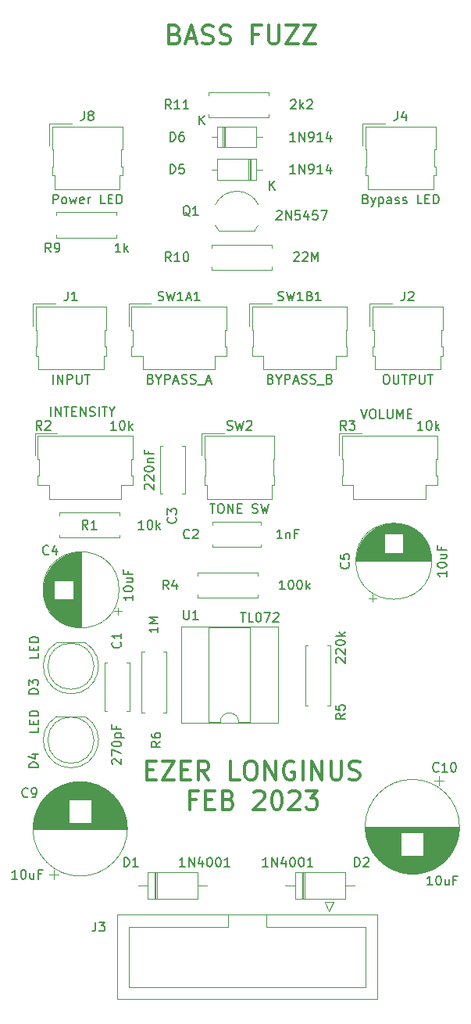
<source format=gbr>
%TF.GenerationSoftware,KiCad,Pcbnew,(6.0.7)*%
%TF.CreationDate,2023-03-07T14:40:37-05:00*%
%TF.ProjectId,BASS_FUZZ,42415353-5f46-4555-9a5a-2e6b69636164,rev?*%
%TF.SameCoordinates,Original*%
%TF.FileFunction,Legend,Top*%
%TF.FilePolarity,Positive*%
%FSLAX46Y46*%
G04 Gerber Fmt 4.6, Leading zero omitted, Abs format (unit mm)*
G04 Created by KiCad (PCBNEW (6.0.7)) date 2023-03-07 14:40:37*
%MOMM*%
%LPD*%
G01*
G04 APERTURE LIST*
%ADD10C,0.150000*%
%ADD11C,0.300000*%
%ADD12C,0.120000*%
G04 APERTURE END LIST*
D10*
X138440476Y-84452380D02*
X138773809Y-85452380D01*
X139107142Y-84452380D01*
X139630952Y-84452380D02*
X139821428Y-84452380D01*
X139916666Y-84500000D01*
X140011904Y-84595238D01*
X140059523Y-84785714D01*
X140059523Y-85119047D01*
X140011904Y-85309523D01*
X139916666Y-85404761D01*
X139821428Y-85452380D01*
X139630952Y-85452380D01*
X139535714Y-85404761D01*
X139440476Y-85309523D01*
X139392857Y-85119047D01*
X139392857Y-84785714D01*
X139440476Y-84595238D01*
X139535714Y-84500000D01*
X139630952Y-84452380D01*
X140964285Y-85452380D02*
X140488095Y-85452380D01*
X140488095Y-84452380D01*
X141297619Y-84452380D02*
X141297619Y-85261904D01*
X141345238Y-85357142D01*
X141392857Y-85404761D01*
X141488095Y-85452380D01*
X141678571Y-85452380D01*
X141773809Y-85404761D01*
X141821428Y-85357142D01*
X141869047Y-85261904D01*
X141869047Y-84452380D01*
X142345238Y-85452380D02*
X142345238Y-84452380D01*
X142678571Y-85166666D01*
X143011904Y-84452380D01*
X143011904Y-85452380D01*
X143488095Y-84928571D02*
X143821428Y-84928571D01*
X143964285Y-85452380D02*
X143488095Y-85452380D01*
X143488095Y-84452380D01*
X143964285Y-84452380D01*
X104845238Y-85202380D02*
X104845238Y-84202380D01*
X105321428Y-85202380D02*
X105321428Y-84202380D01*
X105892857Y-85202380D01*
X105892857Y-84202380D01*
X106226190Y-84202380D02*
X106797619Y-84202380D01*
X106511904Y-85202380D02*
X106511904Y-84202380D01*
X107130952Y-84678571D02*
X107464285Y-84678571D01*
X107607142Y-85202380D02*
X107130952Y-85202380D01*
X107130952Y-84202380D01*
X107607142Y-84202380D01*
X108035714Y-85202380D02*
X108035714Y-84202380D01*
X108607142Y-85202380D01*
X108607142Y-84202380D01*
X109035714Y-85154761D02*
X109178571Y-85202380D01*
X109416666Y-85202380D01*
X109511904Y-85154761D01*
X109559523Y-85107142D01*
X109607142Y-85011904D01*
X109607142Y-84916666D01*
X109559523Y-84821428D01*
X109511904Y-84773809D01*
X109416666Y-84726190D01*
X109226190Y-84678571D01*
X109130952Y-84630952D01*
X109083333Y-84583333D01*
X109035714Y-84488095D01*
X109035714Y-84392857D01*
X109083333Y-84297619D01*
X109130952Y-84250000D01*
X109226190Y-84202380D01*
X109464285Y-84202380D01*
X109607142Y-84250000D01*
X110035714Y-85202380D02*
X110035714Y-84202380D01*
X110369047Y-84202380D02*
X110940476Y-84202380D01*
X110654761Y-85202380D02*
X110654761Y-84202380D01*
X111464285Y-84726190D02*
X111464285Y-85202380D01*
X111130952Y-84202380D02*
X111464285Y-84726190D01*
X111797619Y-84202380D01*
D11*
X115273809Y-123497142D02*
X115940476Y-123497142D01*
X116226190Y-124544761D02*
X115273809Y-124544761D01*
X115273809Y-122544761D01*
X116226190Y-122544761D01*
X116892857Y-122544761D02*
X118226190Y-122544761D01*
X116892857Y-124544761D01*
X118226190Y-124544761D01*
X118988095Y-123497142D02*
X119654761Y-123497142D01*
X119940476Y-124544761D02*
X118988095Y-124544761D01*
X118988095Y-122544761D01*
X119940476Y-122544761D01*
X121940476Y-124544761D02*
X121273809Y-123592380D01*
X120797619Y-124544761D02*
X120797619Y-122544761D01*
X121559523Y-122544761D01*
X121750000Y-122640000D01*
X121845238Y-122735238D01*
X121940476Y-122925714D01*
X121940476Y-123211428D01*
X121845238Y-123401904D01*
X121750000Y-123497142D01*
X121559523Y-123592380D01*
X120797619Y-123592380D01*
X125273809Y-124544761D02*
X124321428Y-124544761D01*
X124321428Y-122544761D01*
X126321428Y-122544761D02*
X126702380Y-122544761D01*
X126892857Y-122640000D01*
X127083333Y-122830476D01*
X127178571Y-123211428D01*
X127178571Y-123878095D01*
X127083333Y-124259047D01*
X126892857Y-124449523D01*
X126702380Y-124544761D01*
X126321428Y-124544761D01*
X126130952Y-124449523D01*
X125940476Y-124259047D01*
X125845238Y-123878095D01*
X125845238Y-123211428D01*
X125940476Y-122830476D01*
X126130952Y-122640000D01*
X126321428Y-122544761D01*
X128035714Y-124544761D02*
X128035714Y-122544761D01*
X129178571Y-124544761D01*
X129178571Y-122544761D01*
X131178571Y-122640000D02*
X130988095Y-122544761D01*
X130702380Y-122544761D01*
X130416666Y-122640000D01*
X130226190Y-122830476D01*
X130130952Y-123020952D01*
X130035714Y-123401904D01*
X130035714Y-123687619D01*
X130130952Y-124068571D01*
X130226190Y-124259047D01*
X130416666Y-124449523D01*
X130702380Y-124544761D01*
X130892857Y-124544761D01*
X131178571Y-124449523D01*
X131273809Y-124354285D01*
X131273809Y-123687619D01*
X130892857Y-123687619D01*
X132130952Y-124544761D02*
X132130952Y-122544761D01*
X133083333Y-124544761D02*
X133083333Y-122544761D01*
X134226190Y-124544761D01*
X134226190Y-122544761D01*
X135178571Y-122544761D02*
X135178571Y-124163809D01*
X135273809Y-124354285D01*
X135369047Y-124449523D01*
X135559523Y-124544761D01*
X135940476Y-124544761D01*
X136130952Y-124449523D01*
X136226190Y-124354285D01*
X136321428Y-124163809D01*
X136321428Y-122544761D01*
X137178571Y-124449523D02*
X137464285Y-124544761D01*
X137940476Y-124544761D01*
X138130952Y-124449523D01*
X138226190Y-124354285D01*
X138321428Y-124163809D01*
X138321428Y-123973333D01*
X138226190Y-123782857D01*
X138130952Y-123687619D01*
X137940476Y-123592380D01*
X137559523Y-123497142D01*
X137369047Y-123401904D01*
X137273809Y-123306666D01*
X137178571Y-123116190D01*
X137178571Y-122925714D01*
X137273809Y-122735238D01*
X137369047Y-122640000D01*
X137559523Y-122544761D01*
X138035714Y-122544761D01*
X138321428Y-122640000D01*
X120559523Y-126717142D02*
X119892857Y-126717142D01*
X119892857Y-127764761D02*
X119892857Y-125764761D01*
X120845238Y-125764761D01*
X121607142Y-126717142D02*
X122273809Y-126717142D01*
X122559523Y-127764761D02*
X121607142Y-127764761D01*
X121607142Y-125764761D01*
X122559523Y-125764761D01*
X124083333Y-126717142D02*
X124369047Y-126812380D01*
X124464285Y-126907619D01*
X124559523Y-127098095D01*
X124559523Y-127383809D01*
X124464285Y-127574285D01*
X124369047Y-127669523D01*
X124178571Y-127764761D01*
X123416666Y-127764761D01*
X123416666Y-125764761D01*
X124083333Y-125764761D01*
X124273809Y-125860000D01*
X124369047Y-125955238D01*
X124464285Y-126145714D01*
X124464285Y-126336190D01*
X124369047Y-126526666D01*
X124273809Y-126621904D01*
X124083333Y-126717142D01*
X123416666Y-126717142D01*
X126845238Y-125955238D02*
X126940476Y-125860000D01*
X127130952Y-125764761D01*
X127607142Y-125764761D01*
X127797619Y-125860000D01*
X127892857Y-125955238D01*
X127988095Y-126145714D01*
X127988095Y-126336190D01*
X127892857Y-126621904D01*
X126750000Y-127764761D01*
X127988095Y-127764761D01*
X129226190Y-125764761D02*
X129416666Y-125764761D01*
X129607142Y-125860000D01*
X129702380Y-125955238D01*
X129797619Y-126145714D01*
X129892857Y-126526666D01*
X129892857Y-127002857D01*
X129797619Y-127383809D01*
X129702380Y-127574285D01*
X129607142Y-127669523D01*
X129416666Y-127764761D01*
X129226190Y-127764761D01*
X129035714Y-127669523D01*
X128940476Y-127574285D01*
X128845238Y-127383809D01*
X128750000Y-127002857D01*
X128750000Y-126526666D01*
X128845238Y-126145714D01*
X128940476Y-125955238D01*
X129035714Y-125860000D01*
X129226190Y-125764761D01*
X130654761Y-125955238D02*
X130750000Y-125860000D01*
X130940476Y-125764761D01*
X131416666Y-125764761D01*
X131607142Y-125860000D01*
X131702380Y-125955238D01*
X131797619Y-126145714D01*
X131797619Y-126336190D01*
X131702380Y-126621904D01*
X130559523Y-127764761D01*
X131797619Y-127764761D01*
X132464285Y-125764761D02*
X133702380Y-125764761D01*
X133035714Y-126526666D01*
X133321428Y-126526666D01*
X133511904Y-126621904D01*
X133607142Y-126717142D01*
X133702380Y-126907619D01*
X133702380Y-127383809D01*
X133607142Y-127574285D01*
X133511904Y-127669523D01*
X133321428Y-127764761D01*
X132750000Y-127764761D01*
X132559523Y-127669523D01*
X132464285Y-127574285D01*
X118309523Y-43857142D02*
X118595238Y-43952380D01*
X118690476Y-44047619D01*
X118785714Y-44238095D01*
X118785714Y-44523809D01*
X118690476Y-44714285D01*
X118595238Y-44809523D01*
X118404761Y-44904761D01*
X117642857Y-44904761D01*
X117642857Y-42904761D01*
X118309523Y-42904761D01*
X118500000Y-43000000D01*
X118595238Y-43095238D01*
X118690476Y-43285714D01*
X118690476Y-43476190D01*
X118595238Y-43666666D01*
X118500000Y-43761904D01*
X118309523Y-43857142D01*
X117642857Y-43857142D01*
X119547619Y-44333333D02*
X120500000Y-44333333D01*
X119357142Y-44904761D02*
X120023809Y-42904761D01*
X120690476Y-44904761D01*
X121261904Y-44809523D02*
X121547619Y-44904761D01*
X122023809Y-44904761D01*
X122214285Y-44809523D01*
X122309523Y-44714285D01*
X122404761Y-44523809D01*
X122404761Y-44333333D01*
X122309523Y-44142857D01*
X122214285Y-44047619D01*
X122023809Y-43952380D01*
X121642857Y-43857142D01*
X121452380Y-43761904D01*
X121357142Y-43666666D01*
X121261904Y-43476190D01*
X121261904Y-43285714D01*
X121357142Y-43095238D01*
X121452380Y-43000000D01*
X121642857Y-42904761D01*
X122119047Y-42904761D01*
X122404761Y-43000000D01*
X123166666Y-44809523D02*
X123452380Y-44904761D01*
X123928571Y-44904761D01*
X124119047Y-44809523D01*
X124214285Y-44714285D01*
X124309523Y-44523809D01*
X124309523Y-44333333D01*
X124214285Y-44142857D01*
X124119047Y-44047619D01*
X123928571Y-43952380D01*
X123547619Y-43857142D01*
X123357142Y-43761904D01*
X123261904Y-43666666D01*
X123166666Y-43476190D01*
X123166666Y-43285714D01*
X123261904Y-43095238D01*
X123357142Y-43000000D01*
X123547619Y-42904761D01*
X124023809Y-42904761D01*
X124309523Y-43000000D01*
X127357142Y-43857142D02*
X126690476Y-43857142D01*
X126690476Y-44904761D02*
X126690476Y-42904761D01*
X127642857Y-42904761D01*
X128404761Y-42904761D02*
X128404761Y-44523809D01*
X128500000Y-44714285D01*
X128595238Y-44809523D01*
X128785714Y-44904761D01*
X129166666Y-44904761D01*
X129357142Y-44809523D01*
X129452380Y-44714285D01*
X129547619Y-44523809D01*
X129547619Y-42904761D01*
X130309523Y-42904761D02*
X131642857Y-42904761D01*
X130309523Y-44904761D01*
X131642857Y-44904761D01*
X132214285Y-42904761D02*
X133547619Y-42904761D01*
X132214285Y-44904761D01*
X133547619Y-44904761D01*
D10*
%TO.C,SW2*%
X123936666Y-86654761D02*
X124079523Y-86702380D01*
X124317619Y-86702380D01*
X124412857Y-86654761D01*
X124460476Y-86607142D01*
X124508095Y-86511904D01*
X124508095Y-86416666D01*
X124460476Y-86321428D01*
X124412857Y-86273809D01*
X124317619Y-86226190D01*
X124127142Y-86178571D01*
X124031904Y-86130952D01*
X123984285Y-86083333D01*
X123936666Y-85988095D01*
X123936666Y-85892857D01*
X123984285Y-85797619D01*
X124031904Y-85750000D01*
X124127142Y-85702380D01*
X124365238Y-85702380D01*
X124508095Y-85750000D01*
X124841428Y-85702380D02*
X125079523Y-86702380D01*
X125270000Y-85988095D01*
X125460476Y-86702380D01*
X125698571Y-85702380D01*
X126031904Y-85797619D02*
X126079523Y-85750000D01*
X126174761Y-85702380D01*
X126412857Y-85702380D01*
X126508095Y-85750000D01*
X126555714Y-85797619D01*
X126603333Y-85892857D01*
X126603333Y-85988095D01*
X126555714Y-86130952D01*
X125984285Y-86702380D01*
X126603333Y-86702380D01*
X122055714Y-94702380D02*
X122627142Y-94702380D01*
X122341428Y-95702380D02*
X122341428Y-94702380D01*
X123150952Y-94702380D02*
X123341428Y-94702380D01*
X123436666Y-94750000D01*
X123531904Y-94845238D01*
X123579523Y-95035714D01*
X123579523Y-95369047D01*
X123531904Y-95559523D01*
X123436666Y-95654761D01*
X123341428Y-95702380D01*
X123150952Y-95702380D01*
X123055714Y-95654761D01*
X122960476Y-95559523D01*
X122912857Y-95369047D01*
X122912857Y-95035714D01*
X122960476Y-94845238D01*
X123055714Y-94750000D01*
X123150952Y-94702380D01*
X124008095Y-95702380D02*
X124008095Y-94702380D01*
X124579523Y-95702380D01*
X124579523Y-94702380D01*
X125055714Y-95178571D02*
X125389047Y-95178571D01*
X125531904Y-95702380D02*
X125055714Y-95702380D01*
X125055714Y-94702380D01*
X125531904Y-94702380D01*
X126674761Y-95654761D02*
X126817619Y-95702380D01*
X127055714Y-95702380D01*
X127150952Y-95654761D01*
X127198571Y-95607142D01*
X127246190Y-95511904D01*
X127246190Y-95416666D01*
X127198571Y-95321428D01*
X127150952Y-95273809D01*
X127055714Y-95226190D01*
X126865238Y-95178571D01*
X126770000Y-95130952D01*
X126722380Y-95083333D01*
X126674761Y-94988095D01*
X126674761Y-94892857D01*
X126722380Y-94797619D01*
X126770000Y-94750000D01*
X126865238Y-94702380D01*
X127103333Y-94702380D01*
X127246190Y-94750000D01*
X127579523Y-94702380D02*
X127817619Y-95702380D01*
X128008095Y-94988095D01*
X128198571Y-95702380D01*
X128436666Y-94702380D01*
%TO.C,Q1*%
X119904761Y-63547619D02*
X119809523Y-63500000D01*
X119714285Y-63404761D01*
X119571428Y-63261904D01*
X119476190Y-63214285D01*
X119380952Y-63214285D01*
X119428571Y-63452380D02*
X119333333Y-63404761D01*
X119238095Y-63309523D01*
X119190476Y-63119047D01*
X119190476Y-62785714D01*
X119238095Y-62595238D01*
X119333333Y-62500000D01*
X119428571Y-62452380D01*
X119619047Y-62452380D01*
X119714285Y-62500000D01*
X119809523Y-62595238D01*
X119857142Y-62785714D01*
X119857142Y-63119047D01*
X119809523Y-63309523D01*
X119714285Y-63404761D01*
X119619047Y-63452380D01*
X119428571Y-63452380D01*
X120809523Y-63452380D02*
X120238095Y-63452380D01*
X120523809Y-63452380D02*
X120523809Y-62452380D01*
X120428571Y-62595238D01*
X120333333Y-62690476D01*
X120238095Y-62738095D01*
X129285714Y-63047619D02*
X129333333Y-63000000D01*
X129428571Y-62952380D01*
X129666666Y-62952380D01*
X129761904Y-63000000D01*
X129809523Y-63047619D01*
X129857142Y-63142857D01*
X129857142Y-63238095D01*
X129809523Y-63380952D01*
X129238095Y-63952380D01*
X129857142Y-63952380D01*
X130285714Y-63952380D02*
X130285714Y-62952380D01*
X130857142Y-63952380D01*
X130857142Y-62952380D01*
X131809523Y-62952380D02*
X131333333Y-62952380D01*
X131285714Y-63428571D01*
X131333333Y-63380952D01*
X131428571Y-63333333D01*
X131666666Y-63333333D01*
X131761904Y-63380952D01*
X131809523Y-63428571D01*
X131857142Y-63523809D01*
X131857142Y-63761904D01*
X131809523Y-63857142D01*
X131761904Y-63904761D01*
X131666666Y-63952380D01*
X131428571Y-63952380D01*
X131333333Y-63904761D01*
X131285714Y-63857142D01*
X132714285Y-63285714D02*
X132714285Y-63952380D01*
X132476190Y-62904761D02*
X132238095Y-63619047D01*
X132857142Y-63619047D01*
X133714285Y-62952380D02*
X133238095Y-62952380D01*
X133190476Y-63428571D01*
X133238095Y-63380952D01*
X133333333Y-63333333D01*
X133571428Y-63333333D01*
X133666666Y-63380952D01*
X133714285Y-63428571D01*
X133761904Y-63523809D01*
X133761904Y-63761904D01*
X133714285Y-63857142D01*
X133666666Y-63904761D01*
X133571428Y-63952380D01*
X133333333Y-63952380D01*
X133238095Y-63904761D01*
X133190476Y-63857142D01*
X134095238Y-62952380D02*
X134761904Y-62952380D01*
X134333333Y-63952380D01*
%TO.C,C4*%
X104583333Y-100107142D02*
X104535714Y-100154761D01*
X104392857Y-100202380D01*
X104297619Y-100202380D01*
X104154761Y-100154761D01*
X104059523Y-100059523D01*
X104011904Y-99964285D01*
X103964285Y-99773809D01*
X103964285Y-99630952D01*
X104011904Y-99440476D01*
X104059523Y-99345238D01*
X104154761Y-99250000D01*
X104297619Y-99202380D01*
X104392857Y-99202380D01*
X104535714Y-99250000D01*
X104583333Y-99297619D01*
X105440476Y-99535714D02*
X105440476Y-100202380D01*
X105202380Y-99154761D02*
X104964285Y-99869047D01*
X105583333Y-99869047D01*
X113702380Y-104571428D02*
X113702380Y-105142857D01*
X113702380Y-104857142D02*
X112702380Y-104857142D01*
X112845238Y-104952380D01*
X112940476Y-105047619D01*
X112988095Y-105142857D01*
X112702380Y-103952380D02*
X112702380Y-103857142D01*
X112750000Y-103761904D01*
X112797619Y-103714285D01*
X112892857Y-103666666D01*
X113083333Y-103619047D01*
X113321428Y-103619047D01*
X113511904Y-103666666D01*
X113607142Y-103714285D01*
X113654761Y-103761904D01*
X113702380Y-103857142D01*
X113702380Y-103952380D01*
X113654761Y-104047619D01*
X113607142Y-104095238D01*
X113511904Y-104142857D01*
X113321428Y-104190476D01*
X113083333Y-104190476D01*
X112892857Y-104142857D01*
X112797619Y-104095238D01*
X112750000Y-104047619D01*
X112702380Y-103952380D01*
X113035714Y-102761904D02*
X113702380Y-102761904D01*
X113035714Y-103190476D02*
X113559523Y-103190476D01*
X113654761Y-103142857D01*
X113702380Y-103047619D01*
X113702380Y-102904761D01*
X113654761Y-102809523D01*
X113607142Y-102761904D01*
X113178571Y-101952380D02*
X113178571Y-102285714D01*
X113702380Y-102285714D02*
X112702380Y-102285714D01*
X112702380Y-101809523D01*
%TO.C,R4*%
X117583333Y-103952380D02*
X117250000Y-103476190D01*
X117011904Y-103952380D02*
X117011904Y-102952380D01*
X117392857Y-102952380D01*
X117488095Y-103000000D01*
X117535714Y-103047619D01*
X117583333Y-103142857D01*
X117583333Y-103285714D01*
X117535714Y-103380952D01*
X117488095Y-103428571D01*
X117392857Y-103476190D01*
X117011904Y-103476190D01*
X118440476Y-103285714D02*
X118440476Y-103952380D01*
X118202380Y-102904761D02*
X117964285Y-103619047D01*
X118583333Y-103619047D01*
X130178571Y-103952380D02*
X129607142Y-103952380D01*
X129892857Y-103952380D02*
X129892857Y-102952380D01*
X129797619Y-103095238D01*
X129702380Y-103190476D01*
X129607142Y-103238095D01*
X130797619Y-102952380D02*
X130892857Y-102952380D01*
X130988095Y-103000000D01*
X131035714Y-103047619D01*
X131083333Y-103142857D01*
X131130952Y-103333333D01*
X131130952Y-103571428D01*
X131083333Y-103761904D01*
X131035714Y-103857142D01*
X130988095Y-103904761D01*
X130892857Y-103952380D01*
X130797619Y-103952380D01*
X130702380Y-103904761D01*
X130654761Y-103857142D01*
X130607142Y-103761904D01*
X130559523Y-103571428D01*
X130559523Y-103333333D01*
X130607142Y-103142857D01*
X130654761Y-103047619D01*
X130702380Y-103000000D01*
X130797619Y-102952380D01*
X131750000Y-102952380D02*
X131845238Y-102952380D01*
X131940476Y-103000000D01*
X131988095Y-103047619D01*
X132035714Y-103142857D01*
X132083333Y-103333333D01*
X132083333Y-103571428D01*
X132035714Y-103761904D01*
X131988095Y-103857142D01*
X131940476Y-103904761D01*
X131845238Y-103952380D01*
X131750000Y-103952380D01*
X131654761Y-103904761D01*
X131607142Y-103857142D01*
X131559523Y-103761904D01*
X131511904Y-103571428D01*
X131511904Y-103333333D01*
X131559523Y-103142857D01*
X131607142Y-103047619D01*
X131654761Y-103000000D01*
X131750000Y-102952380D01*
X132511904Y-103952380D02*
X132511904Y-102952380D01*
X132607142Y-103571428D02*
X132892857Y-103952380D01*
X132892857Y-103285714D02*
X132511904Y-103666666D01*
%TO.C,R2*%
X103833333Y-86702380D02*
X103500000Y-86226190D01*
X103261904Y-86702380D02*
X103261904Y-85702380D01*
X103642857Y-85702380D01*
X103738095Y-85750000D01*
X103785714Y-85797619D01*
X103833333Y-85892857D01*
X103833333Y-86035714D01*
X103785714Y-86130952D01*
X103738095Y-86178571D01*
X103642857Y-86226190D01*
X103261904Y-86226190D01*
X104214285Y-85797619D02*
X104261904Y-85750000D01*
X104357142Y-85702380D01*
X104595238Y-85702380D01*
X104690476Y-85750000D01*
X104738095Y-85797619D01*
X104785714Y-85892857D01*
X104785714Y-85988095D01*
X104738095Y-86130952D01*
X104166666Y-86702380D01*
X104785714Y-86702380D01*
X111904761Y-86702380D02*
X111333333Y-86702380D01*
X111619047Y-86702380D02*
X111619047Y-85702380D01*
X111523809Y-85845238D01*
X111428571Y-85940476D01*
X111333333Y-85988095D01*
X112523809Y-85702380D02*
X112619047Y-85702380D01*
X112714285Y-85750000D01*
X112761904Y-85797619D01*
X112809523Y-85892857D01*
X112857142Y-86083333D01*
X112857142Y-86321428D01*
X112809523Y-86511904D01*
X112761904Y-86607142D01*
X112714285Y-86654761D01*
X112619047Y-86702380D01*
X112523809Y-86702380D01*
X112428571Y-86654761D01*
X112380952Y-86607142D01*
X112333333Y-86511904D01*
X112285714Y-86321428D01*
X112285714Y-86083333D01*
X112333333Y-85892857D01*
X112380952Y-85797619D01*
X112428571Y-85750000D01*
X112523809Y-85702380D01*
X113285714Y-86702380D02*
X113285714Y-85702380D01*
X113380952Y-86321428D02*
X113666666Y-86702380D01*
X113666666Y-86035714D02*
X113285714Y-86416666D01*
%TO.C,R1*%
X108833333Y-97452380D02*
X108500000Y-96976190D01*
X108261904Y-97452380D02*
X108261904Y-96452380D01*
X108642857Y-96452380D01*
X108738095Y-96500000D01*
X108785714Y-96547619D01*
X108833333Y-96642857D01*
X108833333Y-96785714D01*
X108785714Y-96880952D01*
X108738095Y-96928571D01*
X108642857Y-96976190D01*
X108261904Y-96976190D01*
X109785714Y-97452380D02*
X109214285Y-97452380D01*
X109500000Y-97452380D02*
X109500000Y-96452380D01*
X109404761Y-96595238D01*
X109309523Y-96690476D01*
X109214285Y-96738095D01*
X114904761Y-97452380D02*
X114333333Y-97452380D01*
X114619047Y-97452380D02*
X114619047Y-96452380D01*
X114523809Y-96595238D01*
X114428571Y-96690476D01*
X114333333Y-96738095D01*
X115523809Y-96452380D02*
X115619047Y-96452380D01*
X115714285Y-96500000D01*
X115761904Y-96547619D01*
X115809523Y-96642857D01*
X115857142Y-96833333D01*
X115857142Y-97071428D01*
X115809523Y-97261904D01*
X115761904Y-97357142D01*
X115714285Y-97404761D01*
X115619047Y-97452380D01*
X115523809Y-97452380D01*
X115428571Y-97404761D01*
X115380952Y-97357142D01*
X115333333Y-97261904D01*
X115285714Y-97071428D01*
X115285714Y-96833333D01*
X115333333Y-96642857D01*
X115380952Y-96547619D01*
X115428571Y-96500000D01*
X115523809Y-96452380D01*
X116285714Y-97452380D02*
X116285714Y-96452380D01*
X116380952Y-97071428D02*
X116666666Y-97452380D01*
X116666666Y-96785714D02*
X116285714Y-97166666D01*
%TO.C,J4*%
X142396666Y-52202380D02*
X142396666Y-52916666D01*
X142349047Y-53059523D01*
X142253809Y-53154761D01*
X142110952Y-53202380D01*
X142015714Y-53202380D01*
X143301428Y-52535714D02*
X143301428Y-53202380D01*
X143063333Y-52154761D02*
X142825238Y-52869047D01*
X143444285Y-52869047D01*
X138968095Y-61678571D02*
X139110952Y-61726190D01*
X139158571Y-61773809D01*
X139206190Y-61869047D01*
X139206190Y-62011904D01*
X139158571Y-62107142D01*
X139110952Y-62154761D01*
X139015714Y-62202380D01*
X138634761Y-62202380D01*
X138634761Y-61202380D01*
X138968095Y-61202380D01*
X139063333Y-61250000D01*
X139110952Y-61297619D01*
X139158571Y-61392857D01*
X139158571Y-61488095D01*
X139110952Y-61583333D01*
X139063333Y-61630952D01*
X138968095Y-61678571D01*
X138634761Y-61678571D01*
X139539523Y-61535714D02*
X139777619Y-62202380D01*
X140015714Y-61535714D02*
X139777619Y-62202380D01*
X139682380Y-62440476D01*
X139634761Y-62488095D01*
X139539523Y-62535714D01*
X140396666Y-61535714D02*
X140396666Y-62535714D01*
X140396666Y-61583333D02*
X140491904Y-61535714D01*
X140682380Y-61535714D01*
X140777619Y-61583333D01*
X140825238Y-61630952D01*
X140872857Y-61726190D01*
X140872857Y-62011904D01*
X140825238Y-62107142D01*
X140777619Y-62154761D01*
X140682380Y-62202380D01*
X140491904Y-62202380D01*
X140396666Y-62154761D01*
X141730000Y-62202380D02*
X141730000Y-61678571D01*
X141682380Y-61583333D01*
X141587142Y-61535714D01*
X141396666Y-61535714D01*
X141301428Y-61583333D01*
X141730000Y-62154761D02*
X141634761Y-62202380D01*
X141396666Y-62202380D01*
X141301428Y-62154761D01*
X141253809Y-62059523D01*
X141253809Y-61964285D01*
X141301428Y-61869047D01*
X141396666Y-61821428D01*
X141634761Y-61821428D01*
X141730000Y-61773809D01*
X142158571Y-62154761D02*
X142253809Y-62202380D01*
X142444285Y-62202380D01*
X142539523Y-62154761D01*
X142587142Y-62059523D01*
X142587142Y-62011904D01*
X142539523Y-61916666D01*
X142444285Y-61869047D01*
X142301428Y-61869047D01*
X142206190Y-61821428D01*
X142158571Y-61726190D01*
X142158571Y-61678571D01*
X142206190Y-61583333D01*
X142301428Y-61535714D01*
X142444285Y-61535714D01*
X142539523Y-61583333D01*
X142968095Y-62154761D02*
X143063333Y-62202380D01*
X143253809Y-62202380D01*
X143349047Y-62154761D01*
X143396666Y-62059523D01*
X143396666Y-62011904D01*
X143349047Y-61916666D01*
X143253809Y-61869047D01*
X143110952Y-61869047D01*
X143015714Y-61821428D01*
X142968095Y-61726190D01*
X142968095Y-61678571D01*
X143015714Y-61583333D01*
X143110952Y-61535714D01*
X143253809Y-61535714D01*
X143349047Y-61583333D01*
X145063333Y-62202380D02*
X144587142Y-62202380D01*
X144587142Y-61202380D01*
X145396666Y-61678571D02*
X145730000Y-61678571D01*
X145872857Y-62202380D02*
X145396666Y-62202380D01*
X145396666Y-61202380D01*
X145872857Y-61202380D01*
X146301428Y-62202380D02*
X146301428Y-61202380D01*
X146539523Y-61202380D01*
X146682380Y-61250000D01*
X146777619Y-61345238D01*
X146825238Y-61440476D01*
X146872857Y-61630952D01*
X146872857Y-61773809D01*
X146825238Y-61964285D01*
X146777619Y-62059523D01*
X146682380Y-62154761D01*
X146539523Y-62202380D01*
X146301428Y-62202380D01*
%TO.C,C10*%
X146857142Y-123607142D02*
X146809523Y-123654761D01*
X146666666Y-123702380D01*
X146571428Y-123702380D01*
X146428571Y-123654761D01*
X146333333Y-123559523D01*
X146285714Y-123464285D01*
X146238095Y-123273809D01*
X146238095Y-123130952D01*
X146285714Y-122940476D01*
X146333333Y-122845238D01*
X146428571Y-122750000D01*
X146571428Y-122702380D01*
X146666666Y-122702380D01*
X146809523Y-122750000D01*
X146857142Y-122797619D01*
X147809523Y-123702380D02*
X147238095Y-123702380D01*
X147523809Y-123702380D02*
X147523809Y-122702380D01*
X147428571Y-122845238D01*
X147333333Y-122940476D01*
X147238095Y-122988095D01*
X148428571Y-122702380D02*
X148523809Y-122702380D01*
X148619047Y-122750000D01*
X148666666Y-122797619D01*
X148714285Y-122892857D01*
X148761904Y-123083333D01*
X148761904Y-123321428D01*
X148714285Y-123511904D01*
X148666666Y-123607142D01*
X148619047Y-123654761D01*
X148523809Y-123702380D01*
X148428571Y-123702380D01*
X148333333Y-123654761D01*
X148285714Y-123607142D01*
X148238095Y-123511904D01*
X148190476Y-123321428D01*
X148190476Y-123083333D01*
X148238095Y-122892857D01*
X148285714Y-122797619D01*
X148333333Y-122750000D01*
X148428571Y-122702380D01*
X146178571Y-135952380D02*
X145607142Y-135952380D01*
X145892857Y-135952380D02*
X145892857Y-134952380D01*
X145797619Y-135095238D01*
X145702380Y-135190476D01*
X145607142Y-135238095D01*
X146797619Y-134952380D02*
X146892857Y-134952380D01*
X146988095Y-135000000D01*
X147035714Y-135047619D01*
X147083333Y-135142857D01*
X147130952Y-135333333D01*
X147130952Y-135571428D01*
X147083333Y-135761904D01*
X147035714Y-135857142D01*
X146988095Y-135904761D01*
X146892857Y-135952380D01*
X146797619Y-135952380D01*
X146702380Y-135904761D01*
X146654761Y-135857142D01*
X146607142Y-135761904D01*
X146559523Y-135571428D01*
X146559523Y-135333333D01*
X146607142Y-135142857D01*
X146654761Y-135047619D01*
X146702380Y-135000000D01*
X146797619Y-134952380D01*
X147988095Y-135285714D02*
X147988095Y-135952380D01*
X147559523Y-135285714D02*
X147559523Y-135809523D01*
X147607142Y-135904761D01*
X147702380Y-135952380D01*
X147845238Y-135952380D01*
X147940476Y-135904761D01*
X147988095Y-135857142D01*
X148797619Y-135428571D02*
X148464285Y-135428571D01*
X148464285Y-135952380D02*
X148464285Y-134952380D01*
X148940476Y-134952380D01*
%TO.C,SW1A1*%
X116478570Y-72654761D02*
X116621427Y-72702380D01*
X116859523Y-72702380D01*
X116954761Y-72654761D01*
X117002380Y-72607142D01*
X117049999Y-72511904D01*
X117049999Y-72416666D01*
X117002380Y-72321428D01*
X116954761Y-72273809D01*
X116859523Y-72226190D01*
X116669046Y-72178571D01*
X116573808Y-72130952D01*
X116526189Y-72083333D01*
X116478570Y-71988095D01*
X116478570Y-71892857D01*
X116526189Y-71797619D01*
X116573808Y-71750000D01*
X116669046Y-71702380D01*
X116907142Y-71702380D01*
X117049999Y-71750000D01*
X117383332Y-71702380D02*
X117621427Y-72702380D01*
X117811904Y-71988095D01*
X118002380Y-72702380D01*
X118240475Y-71702380D01*
X119145237Y-72702380D02*
X118573808Y-72702380D01*
X118859523Y-72702380D02*
X118859523Y-71702380D01*
X118764285Y-71845238D01*
X118669046Y-71940476D01*
X118573808Y-71988095D01*
X119526189Y-72416666D02*
X120002380Y-72416666D01*
X119430951Y-72702380D02*
X119764285Y-71702380D01*
X120097618Y-72702380D01*
X120954761Y-72702380D02*
X120383332Y-72702380D01*
X120669046Y-72702380D02*
X120669046Y-71702380D01*
X120573808Y-71845238D01*
X120478570Y-71940476D01*
X120383332Y-71988095D01*
X115669046Y-81178571D02*
X115811904Y-81226190D01*
X115859523Y-81273809D01*
X115907142Y-81369047D01*
X115907142Y-81511904D01*
X115859523Y-81607142D01*
X115811904Y-81654761D01*
X115716666Y-81702380D01*
X115335713Y-81702380D01*
X115335713Y-80702380D01*
X115669046Y-80702380D01*
X115764285Y-80750000D01*
X115811904Y-80797619D01*
X115859523Y-80892857D01*
X115859523Y-80988095D01*
X115811904Y-81083333D01*
X115764285Y-81130952D01*
X115669046Y-81178571D01*
X115335713Y-81178571D01*
X116526189Y-81226190D02*
X116526189Y-81702380D01*
X116192856Y-80702380D02*
X116526189Y-81226190D01*
X116859523Y-80702380D01*
X117192856Y-81702380D02*
X117192856Y-80702380D01*
X117573808Y-80702380D01*
X117669046Y-80750000D01*
X117716666Y-80797619D01*
X117764285Y-80892857D01*
X117764285Y-81035714D01*
X117716666Y-81130952D01*
X117669046Y-81178571D01*
X117573808Y-81226190D01*
X117192856Y-81226190D01*
X118145237Y-81416666D02*
X118621427Y-81416666D01*
X118049999Y-81702380D02*
X118383332Y-80702380D01*
X118716666Y-81702380D01*
X119002380Y-81654761D02*
X119145237Y-81702380D01*
X119383332Y-81702380D01*
X119478570Y-81654761D01*
X119526189Y-81607142D01*
X119573808Y-81511904D01*
X119573808Y-81416666D01*
X119526189Y-81321428D01*
X119478570Y-81273809D01*
X119383332Y-81226190D01*
X119192856Y-81178571D01*
X119097618Y-81130952D01*
X119049999Y-81083333D01*
X119002380Y-80988095D01*
X119002380Y-80892857D01*
X119049999Y-80797619D01*
X119097618Y-80750000D01*
X119192856Y-80702380D01*
X119430951Y-80702380D01*
X119573808Y-80750000D01*
X119954761Y-81654761D02*
X120097618Y-81702380D01*
X120335713Y-81702380D01*
X120430951Y-81654761D01*
X120478570Y-81607142D01*
X120526189Y-81511904D01*
X120526189Y-81416666D01*
X120478570Y-81321428D01*
X120430951Y-81273809D01*
X120335713Y-81226190D01*
X120145237Y-81178571D01*
X120049999Y-81130952D01*
X120002380Y-81083333D01*
X119954761Y-80988095D01*
X119954761Y-80892857D01*
X120002380Y-80797619D01*
X120049999Y-80750000D01*
X120145237Y-80702380D01*
X120383332Y-80702380D01*
X120526189Y-80750000D01*
X120716666Y-81797619D02*
X121478570Y-81797619D01*
X121669046Y-81416666D02*
X122145237Y-81416666D01*
X121573808Y-81702380D02*
X121907142Y-80702380D01*
X122240475Y-81702380D01*
%TO.C,C9*%
X102333333Y-126357142D02*
X102285714Y-126404761D01*
X102142857Y-126452380D01*
X102047619Y-126452380D01*
X101904761Y-126404761D01*
X101809523Y-126309523D01*
X101761904Y-126214285D01*
X101714285Y-126023809D01*
X101714285Y-125880952D01*
X101761904Y-125690476D01*
X101809523Y-125595238D01*
X101904761Y-125500000D01*
X102047619Y-125452380D01*
X102142857Y-125452380D01*
X102285714Y-125500000D01*
X102333333Y-125547619D01*
X102809523Y-126452380D02*
X103000000Y-126452380D01*
X103095238Y-126404761D01*
X103142857Y-126357142D01*
X103238095Y-126214285D01*
X103285714Y-126023809D01*
X103285714Y-125642857D01*
X103238095Y-125547619D01*
X103190476Y-125500000D01*
X103095238Y-125452380D01*
X102904761Y-125452380D01*
X102809523Y-125500000D01*
X102761904Y-125547619D01*
X102714285Y-125642857D01*
X102714285Y-125880952D01*
X102761904Y-125976190D01*
X102809523Y-126023809D01*
X102904761Y-126071428D01*
X103095238Y-126071428D01*
X103190476Y-126023809D01*
X103238095Y-125976190D01*
X103285714Y-125880952D01*
X101178571Y-135299703D02*
X100607142Y-135299703D01*
X100892857Y-135299703D02*
X100892857Y-134299703D01*
X100797619Y-134442561D01*
X100702380Y-134537799D01*
X100607142Y-134585418D01*
X101797619Y-134299703D02*
X101892857Y-134299703D01*
X101988095Y-134347323D01*
X102035714Y-134394942D01*
X102083333Y-134490180D01*
X102130952Y-134680656D01*
X102130952Y-134918751D01*
X102083333Y-135109227D01*
X102035714Y-135204465D01*
X101988095Y-135252084D01*
X101892857Y-135299703D01*
X101797619Y-135299703D01*
X101702380Y-135252084D01*
X101654761Y-135204465D01*
X101607142Y-135109227D01*
X101559523Y-134918751D01*
X101559523Y-134680656D01*
X101607142Y-134490180D01*
X101654761Y-134394942D01*
X101702380Y-134347323D01*
X101797619Y-134299703D01*
X102988095Y-134633037D02*
X102988095Y-135299703D01*
X102559523Y-134633037D02*
X102559523Y-135156846D01*
X102607142Y-135252084D01*
X102702380Y-135299703D01*
X102845238Y-135299703D01*
X102940476Y-135252084D01*
X102988095Y-135204465D01*
X103797619Y-134775894D02*
X103464285Y-134775894D01*
X103464285Y-135299703D02*
X103464285Y-134299703D01*
X103940476Y-134299703D01*
%TO.C,C5*%
X137107142Y-101069317D02*
X137154761Y-101116936D01*
X137202380Y-101259793D01*
X137202380Y-101355031D01*
X137154761Y-101497889D01*
X137059523Y-101593127D01*
X136964285Y-101640746D01*
X136773809Y-101688365D01*
X136630952Y-101688365D01*
X136440476Y-101640746D01*
X136345238Y-101593127D01*
X136250000Y-101497889D01*
X136202380Y-101355031D01*
X136202380Y-101259793D01*
X136250000Y-101116936D01*
X136297619Y-101069317D01*
X136202380Y-100164555D02*
X136202380Y-100640746D01*
X136678571Y-100688365D01*
X136630952Y-100640746D01*
X136583333Y-100545508D01*
X136583333Y-100307412D01*
X136630952Y-100212174D01*
X136678571Y-100164555D01*
X136773809Y-100116936D01*
X137011904Y-100116936D01*
X137107142Y-100164555D01*
X137154761Y-100212174D01*
X137202380Y-100307412D01*
X137202380Y-100545508D01*
X137154761Y-100640746D01*
X137107142Y-100688365D01*
X147702380Y-101974079D02*
X147702380Y-102545508D01*
X147702380Y-102259793D02*
X146702380Y-102259793D01*
X146845238Y-102355031D01*
X146940476Y-102450270D01*
X146988095Y-102545508D01*
X146702380Y-101355031D02*
X146702380Y-101259793D01*
X146750000Y-101164555D01*
X146797619Y-101116936D01*
X146892857Y-101069317D01*
X147083333Y-101021698D01*
X147321428Y-101021698D01*
X147511904Y-101069317D01*
X147607142Y-101116936D01*
X147654761Y-101164555D01*
X147702380Y-101259793D01*
X147702380Y-101355031D01*
X147654761Y-101450270D01*
X147607142Y-101497889D01*
X147511904Y-101545508D01*
X147321428Y-101593127D01*
X147083333Y-101593127D01*
X146892857Y-101545508D01*
X146797619Y-101497889D01*
X146750000Y-101450270D01*
X146702380Y-101355031D01*
X147035714Y-100164555D02*
X147702380Y-100164555D01*
X147035714Y-100593127D02*
X147559523Y-100593127D01*
X147654761Y-100545508D01*
X147702380Y-100450270D01*
X147702380Y-100307412D01*
X147654761Y-100212174D01*
X147607142Y-100164555D01*
X147178571Y-99355031D02*
X147178571Y-99688365D01*
X147702380Y-99688365D02*
X146702380Y-99688365D01*
X146702380Y-99212174D01*
%TO.C,D2*%
X137761904Y-133952380D02*
X137761904Y-132952380D01*
X138000000Y-132952380D01*
X138142857Y-133000000D01*
X138238095Y-133095238D01*
X138285714Y-133190476D01*
X138333333Y-133380952D01*
X138333333Y-133523809D01*
X138285714Y-133714285D01*
X138238095Y-133809523D01*
X138142857Y-133904761D01*
X138000000Y-133952380D01*
X137761904Y-133952380D01*
X138714285Y-133047619D02*
X138761904Y-133000000D01*
X138857142Y-132952380D01*
X139095238Y-132952380D01*
X139190476Y-133000000D01*
X139238095Y-133047619D01*
X139285714Y-133142857D01*
X139285714Y-133238095D01*
X139238095Y-133380952D01*
X138666666Y-133952380D01*
X139285714Y-133952380D01*
X128357142Y-133952380D02*
X127785714Y-133952380D01*
X128071428Y-133952380D02*
X128071428Y-132952380D01*
X127976190Y-133095238D01*
X127880952Y-133190476D01*
X127785714Y-133238095D01*
X128785714Y-133952380D02*
X128785714Y-132952380D01*
X129357142Y-133952380D01*
X129357142Y-132952380D01*
X130261904Y-133285714D02*
X130261904Y-133952380D01*
X130023809Y-132904761D02*
X129785714Y-133619047D01*
X130404761Y-133619047D01*
X130976190Y-132952380D02*
X131071428Y-132952380D01*
X131166666Y-133000000D01*
X131214285Y-133047619D01*
X131261904Y-133142857D01*
X131309523Y-133333333D01*
X131309523Y-133571428D01*
X131261904Y-133761904D01*
X131214285Y-133857142D01*
X131166666Y-133904761D01*
X131071428Y-133952380D01*
X130976190Y-133952380D01*
X130880952Y-133904761D01*
X130833333Y-133857142D01*
X130785714Y-133761904D01*
X130738095Y-133571428D01*
X130738095Y-133333333D01*
X130785714Y-133142857D01*
X130833333Y-133047619D01*
X130880952Y-133000000D01*
X130976190Y-132952380D01*
X131928571Y-132952380D02*
X132023809Y-132952380D01*
X132119047Y-133000000D01*
X132166666Y-133047619D01*
X132214285Y-133142857D01*
X132261904Y-133333333D01*
X132261904Y-133571428D01*
X132214285Y-133761904D01*
X132166666Y-133857142D01*
X132119047Y-133904761D01*
X132023809Y-133952380D01*
X131928571Y-133952380D01*
X131833333Y-133904761D01*
X131785714Y-133857142D01*
X131738095Y-133761904D01*
X131690476Y-133571428D01*
X131690476Y-133333333D01*
X131738095Y-133142857D01*
X131785714Y-133047619D01*
X131833333Y-133000000D01*
X131928571Y-132952380D01*
X133214285Y-133952380D02*
X132642857Y-133952380D01*
X132928571Y-133952380D02*
X132928571Y-132952380D01*
X132833333Y-133095238D01*
X132738095Y-133190476D01*
X132642857Y-133238095D01*
%TO.C,D6*%
X117761904Y-55452380D02*
X117761904Y-54452380D01*
X118000000Y-54452380D01*
X118142857Y-54500000D01*
X118238095Y-54595238D01*
X118285714Y-54690476D01*
X118333333Y-54880952D01*
X118333333Y-55023809D01*
X118285714Y-55214285D01*
X118238095Y-55309523D01*
X118142857Y-55404761D01*
X118000000Y-55452380D01*
X117761904Y-55452380D01*
X119190476Y-54452380D02*
X119000000Y-54452380D01*
X118904761Y-54500000D01*
X118857142Y-54547619D01*
X118761904Y-54690476D01*
X118714285Y-54880952D01*
X118714285Y-55261904D01*
X118761904Y-55357142D01*
X118809523Y-55404761D01*
X118904761Y-55452380D01*
X119095238Y-55452380D01*
X119190476Y-55404761D01*
X119238095Y-55357142D01*
X119285714Y-55261904D01*
X119285714Y-55023809D01*
X119238095Y-54928571D01*
X119190476Y-54880952D01*
X119095238Y-54833333D01*
X118904761Y-54833333D01*
X118809523Y-54880952D01*
X118761904Y-54928571D01*
X118714285Y-55023809D01*
X131333333Y-55452380D02*
X130761904Y-55452380D01*
X131047619Y-55452380D02*
X131047619Y-54452380D01*
X130952380Y-54595238D01*
X130857142Y-54690476D01*
X130761904Y-54738095D01*
X131761904Y-55452380D02*
X131761904Y-54452380D01*
X132333333Y-55452380D01*
X132333333Y-54452380D01*
X132857142Y-55452380D02*
X133047619Y-55452380D01*
X133142857Y-55404761D01*
X133190476Y-55357142D01*
X133285714Y-55214285D01*
X133333333Y-55023809D01*
X133333333Y-54642857D01*
X133285714Y-54547619D01*
X133238095Y-54500000D01*
X133142857Y-54452380D01*
X132952380Y-54452380D01*
X132857142Y-54500000D01*
X132809523Y-54547619D01*
X132761904Y-54642857D01*
X132761904Y-54880952D01*
X132809523Y-54976190D01*
X132857142Y-55023809D01*
X132952380Y-55071428D01*
X133142857Y-55071428D01*
X133238095Y-55023809D01*
X133285714Y-54976190D01*
X133333333Y-54880952D01*
X134285714Y-55452380D02*
X133714285Y-55452380D01*
X134000000Y-55452380D02*
X134000000Y-54452380D01*
X133904761Y-54595238D01*
X133809523Y-54690476D01*
X133714285Y-54738095D01*
X135142857Y-54785714D02*
X135142857Y-55452380D01*
X134904761Y-54404761D02*
X134666666Y-55119047D01*
X135285714Y-55119047D01*
X120928095Y-53652380D02*
X120928095Y-52652380D01*
X121499523Y-53652380D02*
X121070952Y-53080952D01*
X121499523Y-52652380D02*
X120928095Y-53223809D01*
%TO.C,D1*%
X112761904Y-133952380D02*
X112761904Y-132952380D01*
X113000000Y-132952380D01*
X113142857Y-133000000D01*
X113238095Y-133095238D01*
X113285714Y-133190476D01*
X113333333Y-133380952D01*
X113333333Y-133523809D01*
X113285714Y-133714285D01*
X113238095Y-133809523D01*
X113142857Y-133904761D01*
X113000000Y-133952380D01*
X112761904Y-133952380D01*
X114285714Y-133952380D02*
X113714285Y-133952380D01*
X114000000Y-133952380D02*
X114000000Y-132952380D01*
X113904761Y-133095238D01*
X113809523Y-133190476D01*
X113714285Y-133238095D01*
X119357142Y-133952380D02*
X118785714Y-133952380D01*
X119071428Y-133952380D02*
X119071428Y-132952380D01*
X118976190Y-133095238D01*
X118880952Y-133190476D01*
X118785714Y-133238095D01*
X119785714Y-133952380D02*
X119785714Y-132952380D01*
X120357142Y-133952380D01*
X120357142Y-132952380D01*
X121261904Y-133285714D02*
X121261904Y-133952380D01*
X121023809Y-132904761D02*
X120785714Y-133619047D01*
X121404761Y-133619047D01*
X121976190Y-132952380D02*
X122071428Y-132952380D01*
X122166666Y-133000000D01*
X122214285Y-133047619D01*
X122261904Y-133142857D01*
X122309523Y-133333333D01*
X122309523Y-133571428D01*
X122261904Y-133761904D01*
X122214285Y-133857142D01*
X122166666Y-133904761D01*
X122071428Y-133952380D01*
X121976190Y-133952380D01*
X121880952Y-133904761D01*
X121833333Y-133857142D01*
X121785714Y-133761904D01*
X121738095Y-133571428D01*
X121738095Y-133333333D01*
X121785714Y-133142857D01*
X121833333Y-133047619D01*
X121880952Y-133000000D01*
X121976190Y-132952380D01*
X122928571Y-132952380D02*
X123023809Y-132952380D01*
X123119047Y-133000000D01*
X123166666Y-133047619D01*
X123214285Y-133142857D01*
X123261904Y-133333333D01*
X123261904Y-133571428D01*
X123214285Y-133761904D01*
X123166666Y-133857142D01*
X123119047Y-133904761D01*
X123023809Y-133952380D01*
X122928571Y-133952380D01*
X122833333Y-133904761D01*
X122785714Y-133857142D01*
X122738095Y-133761904D01*
X122690476Y-133571428D01*
X122690476Y-133333333D01*
X122738095Y-133142857D01*
X122785714Y-133047619D01*
X122833333Y-133000000D01*
X122928571Y-132952380D01*
X124214285Y-133952380D02*
X123642857Y-133952380D01*
X123928571Y-133952380D02*
X123928571Y-132952380D01*
X123833333Y-133095238D01*
X123738095Y-133190476D01*
X123642857Y-133238095D01*
%TO.C,U1*%
X119238095Y-106202380D02*
X119238095Y-107011904D01*
X119285714Y-107107142D01*
X119333333Y-107154761D01*
X119428571Y-107202380D01*
X119619047Y-107202380D01*
X119714285Y-107154761D01*
X119761904Y-107107142D01*
X119809523Y-107011904D01*
X119809523Y-106202380D01*
X120809523Y-107202380D02*
X120238095Y-107202380D01*
X120523809Y-107202380D02*
X120523809Y-106202380D01*
X120428571Y-106345238D01*
X120333333Y-106440476D01*
X120238095Y-106488095D01*
X125380952Y-106452380D02*
X125952380Y-106452380D01*
X125666666Y-107452380D02*
X125666666Y-106452380D01*
X126761904Y-107452380D02*
X126285714Y-107452380D01*
X126285714Y-106452380D01*
X127285714Y-106452380D02*
X127380952Y-106452380D01*
X127476190Y-106500000D01*
X127523809Y-106547619D01*
X127571428Y-106642857D01*
X127619047Y-106833333D01*
X127619047Y-107071428D01*
X127571428Y-107261904D01*
X127523809Y-107357142D01*
X127476190Y-107404761D01*
X127380952Y-107452380D01*
X127285714Y-107452380D01*
X127190476Y-107404761D01*
X127142857Y-107357142D01*
X127095238Y-107261904D01*
X127047619Y-107071428D01*
X127047619Y-106833333D01*
X127095238Y-106642857D01*
X127142857Y-106547619D01*
X127190476Y-106500000D01*
X127285714Y-106452380D01*
X127952380Y-106452380D02*
X128619047Y-106452380D01*
X128190476Y-107452380D01*
X128952380Y-106547619D02*
X129000000Y-106500000D01*
X129095238Y-106452380D01*
X129333333Y-106452380D01*
X129428571Y-106500000D01*
X129476190Y-106547619D01*
X129523809Y-106642857D01*
X129523809Y-106738095D01*
X129476190Y-106880952D01*
X128904761Y-107452380D01*
X129523809Y-107452380D01*
%TO.C,D4*%
X103452380Y-123238095D02*
X102452380Y-123238095D01*
X102452380Y-123000000D01*
X102500000Y-122857142D01*
X102595238Y-122761904D01*
X102690476Y-122714285D01*
X102880952Y-122666666D01*
X103023809Y-122666666D01*
X103214285Y-122714285D01*
X103309523Y-122761904D01*
X103404761Y-122857142D01*
X103452380Y-123000000D01*
X103452380Y-123238095D01*
X102785714Y-121809523D02*
X103452380Y-121809523D01*
X102404761Y-122047619D02*
X103119047Y-122285714D01*
X103119047Y-121666666D01*
X103492380Y-118892857D02*
X103492380Y-119369047D01*
X102492380Y-119369047D01*
X102968571Y-118559523D02*
X102968571Y-118226190D01*
X103492380Y-118083333D02*
X103492380Y-118559523D01*
X102492380Y-118559523D01*
X102492380Y-118083333D01*
X103492380Y-117654761D02*
X102492380Y-117654761D01*
X102492380Y-117416666D01*
X102540000Y-117273809D01*
X102635238Y-117178571D01*
X102730476Y-117130952D01*
X102920952Y-117083333D01*
X103063809Y-117083333D01*
X103254285Y-117130952D01*
X103349523Y-117178571D01*
X103444761Y-117273809D01*
X103492380Y-117416666D01*
X103492380Y-117654761D01*
%TO.C,R3*%
X136833333Y-86702380D02*
X136500000Y-86226190D01*
X136261904Y-86702380D02*
X136261904Y-85702380D01*
X136642857Y-85702380D01*
X136738095Y-85750000D01*
X136785714Y-85797619D01*
X136833333Y-85892857D01*
X136833333Y-86035714D01*
X136785714Y-86130952D01*
X136738095Y-86178571D01*
X136642857Y-86226190D01*
X136261904Y-86226190D01*
X137166666Y-85702380D02*
X137785714Y-85702380D01*
X137452380Y-86083333D01*
X137595238Y-86083333D01*
X137690476Y-86130952D01*
X137738095Y-86178571D01*
X137785714Y-86273809D01*
X137785714Y-86511904D01*
X137738095Y-86607142D01*
X137690476Y-86654761D01*
X137595238Y-86702380D01*
X137309523Y-86702380D01*
X137214285Y-86654761D01*
X137166666Y-86607142D01*
X145154761Y-86702380D02*
X144583333Y-86702380D01*
X144869047Y-86702380D02*
X144869047Y-85702380D01*
X144773809Y-85845238D01*
X144678571Y-85940476D01*
X144583333Y-85988095D01*
X145773809Y-85702380D02*
X145869047Y-85702380D01*
X145964285Y-85750000D01*
X146011904Y-85797619D01*
X146059523Y-85892857D01*
X146107142Y-86083333D01*
X146107142Y-86321428D01*
X146059523Y-86511904D01*
X146011904Y-86607142D01*
X145964285Y-86654761D01*
X145869047Y-86702380D01*
X145773809Y-86702380D01*
X145678571Y-86654761D01*
X145630952Y-86607142D01*
X145583333Y-86511904D01*
X145535714Y-86321428D01*
X145535714Y-86083333D01*
X145583333Y-85892857D01*
X145630952Y-85797619D01*
X145678571Y-85750000D01*
X145773809Y-85702380D01*
X146535714Y-86702380D02*
X146535714Y-85702380D01*
X146630952Y-86321428D02*
X146916666Y-86702380D01*
X146916666Y-86035714D02*
X146535714Y-86416666D01*
%TO.C,D5*%
X117761904Y-58952380D02*
X117761904Y-57952380D01*
X118000000Y-57952380D01*
X118142857Y-58000000D01*
X118238095Y-58095238D01*
X118285714Y-58190476D01*
X118333333Y-58380952D01*
X118333333Y-58523809D01*
X118285714Y-58714285D01*
X118238095Y-58809523D01*
X118142857Y-58904761D01*
X118000000Y-58952380D01*
X117761904Y-58952380D01*
X119238095Y-57952380D02*
X118761904Y-57952380D01*
X118714285Y-58428571D01*
X118761904Y-58380952D01*
X118857142Y-58333333D01*
X119095238Y-58333333D01*
X119190476Y-58380952D01*
X119238095Y-58428571D01*
X119285714Y-58523809D01*
X119285714Y-58761904D01*
X119238095Y-58857142D01*
X119190476Y-58904761D01*
X119095238Y-58952380D01*
X118857142Y-58952380D01*
X118761904Y-58904761D01*
X118714285Y-58857142D01*
X131333333Y-58952380D02*
X130761904Y-58952380D01*
X131047619Y-58952380D02*
X131047619Y-57952380D01*
X130952380Y-58095238D01*
X130857142Y-58190476D01*
X130761904Y-58238095D01*
X131761904Y-58952380D02*
X131761904Y-57952380D01*
X132333333Y-58952380D01*
X132333333Y-57952380D01*
X132857142Y-58952380D02*
X133047619Y-58952380D01*
X133142857Y-58904761D01*
X133190476Y-58857142D01*
X133285714Y-58714285D01*
X133333333Y-58523809D01*
X133333333Y-58142857D01*
X133285714Y-58047619D01*
X133238095Y-58000000D01*
X133142857Y-57952380D01*
X132952380Y-57952380D01*
X132857142Y-58000000D01*
X132809523Y-58047619D01*
X132761904Y-58142857D01*
X132761904Y-58380952D01*
X132809523Y-58476190D01*
X132857142Y-58523809D01*
X132952380Y-58571428D01*
X133142857Y-58571428D01*
X133238095Y-58523809D01*
X133285714Y-58476190D01*
X133333333Y-58380952D01*
X134285714Y-58952380D02*
X133714285Y-58952380D01*
X134000000Y-58952380D02*
X134000000Y-57952380D01*
X133904761Y-58095238D01*
X133809523Y-58190476D01*
X133714285Y-58238095D01*
X135142857Y-58285714D02*
X135142857Y-58952380D01*
X134904761Y-57904761D02*
X134666666Y-58619047D01*
X135285714Y-58619047D01*
X128548095Y-60752380D02*
X128548095Y-59752380D01*
X129119523Y-60752380D02*
X128690952Y-60180952D01*
X129119523Y-59752380D02*
X128548095Y-60323809D01*
%TO.C,R5*%
X136702380Y-117416666D02*
X136226190Y-117750000D01*
X136702380Y-117988095D02*
X135702380Y-117988095D01*
X135702380Y-117607142D01*
X135750000Y-117511904D01*
X135797619Y-117464285D01*
X135892857Y-117416666D01*
X136035714Y-117416666D01*
X136130952Y-117464285D01*
X136178571Y-117511904D01*
X136226190Y-117607142D01*
X136226190Y-117988095D01*
X135702380Y-116511904D02*
X135702380Y-116988095D01*
X136178571Y-117035714D01*
X136130952Y-116988095D01*
X136083333Y-116892857D01*
X136083333Y-116654761D01*
X136130952Y-116559523D01*
X136178571Y-116511904D01*
X136273809Y-116464285D01*
X136511904Y-116464285D01*
X136607142Y-116511904D01*
X136654761Y-116559523D01*
X136702380Y-116654761D01*
X136702380Y-116892857D01*
X136654761Y-116988095D01*
X136607142Y-117035714D01*
X135797619Y-111892857D02*
X135750000Y-111845238D01*
X135702380Y-111750000D01*
X135702380Y-111511904D01*
X135750000Y-111416666D01*
X135797619Y-111369047D01*
X135892857Y-111321428D01*
X135988095Y-111321428D01*
X136130952Y-111369047D01*
X136702380Y-111940476D01*
X136702380Y-111321428D01*
X135797619Y-110940476D02*
X135750000Y-110892857D01*
X135702380Y-110797619D01*
X135702380Y-110559523D01*
X135750000Y-110464285D01*
X135797619Y-110416666D01*
X135892857Y-110369047D01*
X135988095Y-110369047D01*
X136130952Y-110416666D01*
X136702380Y-110988095D01*
X136702380Y-110369047D01*
X135702380Y-109750000D02*
X135702380Y-109654761D01*
X135750000Y-109559523D01*
X135797619Y-109511904D01*
X135892857Y-109464285D01*
X136083333Y-109416666D01*
X136321428Y-109416666D01*
X136511904Y-109464285D01*
X136607142Y-109511904D01*
X136654761Y-109559523D01*
X136702380Y-109654761D01*
X136702380Y-109750000D01*
X136654761Y-109845238D01*
X136607142Y-109892857D01*
X136511904Y-109940476D01*
X136321428Y-109988095D01*
X136083333Y-109988095D01*
X135892857Y-109940476D01*
X135797619Y-109892857D01*
X135750000Y-109845238D01*
X135702380Y-109750000D01*
X136702380Y-108988095D02*
X135702380Y-108988095D01*
X136321428Y-108892857D02*
X136702380Y-108607142D01*
X136035714Y-108607142D02*
X136416666Y-108988095D01*
%TO.C,C3*%
X118357142Y-96166666D02*
X118404761Y-96214285D01*
X118452380Y-96357142D01*
X118452380Y-96452380D01*
X118404761Y-96595238D01*
X118309523Y-96690476D01*
X118214285Y-96738095D01*
X118023809Y-96785714D01*
X117880952Y-96785714D01*
X117690476Y-96738095D01*
X117595238Y-96690476D01*
X117500000Y-96595238D01*
X117452380Y-96452380D01*
X117452380Y-96357142D01*
X117500000Y-96214285D01*
X117547619Y-96166666D01*
X117452380Y-95833333D02*
X117452380Y-95214285D01*
X117833333Y-95547619D01*
X117833333Y-95404761D01*
X117880952Y-95309523D01*
X117928571Y-95261904D01*
X118023809Y-95214285D01*
X118261904Y-95214285D01*
X118357142Y-95261904D01*
X118404761Y-95309523D01*
X118452380Y-95404761D01*
X118452380Y-95690476D01*
X118404761Y-95785714D01*
X118357142Y-95833333D01*
X115047619Y-93119047D02*
X115000000Y-93071428D01*
X114952380Y-92976190D01*
X114952380Y-92738095D01*
X115000000Y-92642857D01*
X115047619Y-92595238D01*
X115142857Y-92547619D01*
X115238095Y-92547619D01*
X115380952Y-92595238D01*
X115952380Y-93166666D01*
X115952380Y-92547619D01*
X115047619Y-92166666D02*
X115000000Y-92119047D01*
X114952380Y-92023809D01*
X114952380Y-91785714D01*
X115000000Y-91690476D01*
X115047619Y-91642857D01*
X115142857Y-91595238D01*
X115238095Y-91595238D01*
X115380952Y-91642857D01*
X115952380Y-92214285D01*
X115952380Y-91595238D01*
X114952380Y-90976190D02*
X114952380Y-90880952D01*
X115000000Y-90785714D01*
X115047619Y-90738095D01*
X115142857Y-90690476D01*
X115333333Y-90642857D01*
X115571428Y-90642857D01*
X115761904Y-90690476D01*
X115857142Y-90738095D01*
X115904761Y-90785714D01*
X115952380Y-90880952D01*
X115952380Y-90976190D01*
X115904761Y-91071428D01*
X115857142Y-91119047D01*
X115761904Y-91166666D01*
X115571428Y-91214285D01*
X115333333Y-91214285D01*
X115142857Y-91166666D01*
X115047619Y-91119047D01*
X115000000Y-91071428D01*
X114952380Y-90976190D01*
X115285714Y-90214285D02*
X115952380Y-90214285D01*
X115380952Y-90214285D02*
X115333333Y-90166666D01*
X115285714Y-90071428D01*
X115285714Y-89928571D01*
X115333333Y-89833333D01*
X115428571Y-89785714D01*
X115952380Y-89785714D01*
X115428571Y-88976190D02*
X115428571Y-89309523D01*
X115952380Y-89309523D02*
X114952380Y-89309523D01*
X114952380Y-88833333D01*
%TO.C,R11*%
X117857142Y-51952380D02*
X117523809Y-51476190D01*
X117285714Y-51952380D02*
X117285714Y-50952380D01*
X117666666Y-50952380D01*
X117761904Y-51000000D01*
X117809523Y-51047619D01*
X117857142Y-51142857D01*
X117857142Y-51285714D01*
X117809523Y-51380952D01*
X117761904Y-51428571D01*
X117666666Y-51476190D01*
X117285714Y-51476190D01*
X118809523Y-51952380D02*
X118238095Y-51952380D01*
X118523809Y-51952380D02*
X118523809Y-50952380D01*
X118428571Y-51095238D01*
X118333333Y-51190476D01*
X118238095Y-51238095D01*
X119761904Y-51952380D02*
X119190476Y-51952380D01*
X119476190Y-51952380D02*
X119476190Y-50952380D01*
X119380952Y-51095238D01*
X119285714Y-51190476D01*
X119190476Y-51238095D01*
X130833333Y-51047619D02*
X130880952Y-51000000D01*
X130976190Y-50952380D01*
X131214285Y-50952380D01*
X131309523Y-51000000D01*
X131357142Y-51047619D01*
X131404761Y-51142857D01*
X131404761Y-51238095D01*
X131357142Y-51380952D01*
X130785714Y-51952380D01*
X131404761Y-51952380D01*
X131833333Y-51952380D02*
X131833333Y-50952380D01*
X131928571Y-51571428D02*
X132214285Y-51952380D01*
X132214285Y-51285714D02*
X131833333Y-51666666D01*
X132595238Y-51047619D02*
X132642857Y-51000000D01*
X132738095Y-50952380D01*
X132976190Y-50952380D01*
X133071428Y-51000000D01*
X133119047Y-51047619D01*
X133166666Y-51142857D01*
X133166666Y-51238095D01*
X133119047Y-51380952D01*
X132547619Y-51952380D01*
X133166666Y-51952380D01*
%TO.C,J8*%
X108436666Y-52202380D02*
X108436666Y-52916666D01*
X108389047Y-53059523D01*
X108293809Y-53154761D01*
X108150952Y-53202380D01*
X108055714Y-53202380D01*
X109055714Y-52630952D02*
X108960476Y-52583333D01*
X108912857Y-52535714D01*
X108865238Y-52440476D01*
X108865238Y-52392857D01*
X108912857Y-52297619D01*
X108960476Y-52250000D01*
X109055714Y-52202380D01*
X109246190Y-52202380D01*
X109341428Y-52250000D01*
X109389047Y-52297619D01*
X109436666Y-52392857D01*
X109436666Y-52440476D01*
X109389047Y-52535714D01*
X109341428Y-52583333D01*
X109246190Y-52630952D01*
X109055714Y-52630952D01*
X108960476Y-52678571D01*
X108912857Y-52726190D01*
X108865238Y-52821428D01*
X108865238Y-53011904D01*
X108912857Y-53107142D01*
X108960476Y-53154761D01*
X109055714Y-53202380D01*
X109246190Y-53202380D01*
X109341428Y-53154761D01*
X109389047Y-53107142D01*
X109436666Y-53011904D01*
X109436666Y-52821428D01*
X109389047Y-52726190D01*
X109341428Y-52678571D01*
X109246190Y-52630952D01*
X105055714Y-62202380D02*
X105055714Y-61202380D01*
X105436666Y-61202380D01*
X105531904Y-61250000D01*
X105579523Y-61297619D01*
X105627142Y-61392857D01*
X105627142Y-61535714D01*
X105579523Y-61630952D01*
X105531904Y-61678571D01*
X105436666Y-61726190D01*
X105055714Y-61726190D01*
X106198571Y-62202380D02*
X106103333Y-62154761D01*
X106055714Y-62107142D01*
X106008095Y-62011904D01*
X106008095Y-61726190D01*
X106055714Y-61630952D01*
X106103333Y-61583333D01*
X106198571Y-61535714D01*
X106341428Y-61535714D01*
X106436666Y-61583333D01*
X106484285Y-61630952D01*
X106531904Y-61726190D01*
X106531904Y-62011904D01*
X106484285Y-62107142D01*
X106436666Y-62154761D01*
X106341428Y-62202380D01*
X106198571Y-62202380D01*
X106865238Y-61535714D02*
X107055714Y-62202380D01*
X107246190Y-61726190D01*
X107436666Y-62202380D01*
X107627142Y-61535714D01*
X108389047Y-62154761D02*
X108293809Y-62202380D01*
X108103333Y-62202380D01*
X108008095Y-62154761D01*
X107960476Y-62059523D01*
X107960476Y-61678571D01*
X108008095Y-61583333D01*
X108103333Y-61535714D01*
X108293809Y-61535714D01*
X108389047Y-61583333D01*
X108436666Y-61678571D01*
X108436666Y-61773809D01*
X107960476Y-61869047D01*
X108865238Y-62202380D02*
X108865238Y-61535714D01*
X108865238Y-61726190D02*
X108912857Y-61630952D01*
X108960476Y-61583333D01*
X109055714Y-61535714D01*
X109150952Y-61535714D01*
X110722380Y-62202380D02*
X110246190Y-62202380D01*
X110246190Y-61202380D01*
X111055714Y-61678571D02*
X111389047Y-61678571D01*
X111531904Y-62202380D02*
X111055714Y-62202380D01*
X111055714Y-61202380D01*
X111531904Y-61202380D01*
X111960476Y-62202380D02*
X111960476Y-61202380D01*
X112198571Y-61202380D01*
X112341428Y-61250000D01*
X112436666Y-61345238D01*
X112484285Y-61440476D01*
X112531904Y-61630952D01*
X112531904Y-61773809D01*
X112484285Y-61964285D01*
X112436666Y-62059523D01*
X112341428Y-62154761D01*
X112198571Y-62202380D01*
X111960476Y-62202380D01*
%TO.C,C1*%
X112357142Y-109666666D02*
X112404761Y-109714285D01*
X112452380Y-109857142D01*
X112452380Y-109952380D01*
X112404761Y-110095238D01*
X112309523Y-110190476D01*
X112214285Y-110238095D01*
X112023809Y-110285714D01*
X111880952Y-110285714D01*
X111690476Y-110238095D01*
X111595238Y-110190476D01*
X111500000Y-110095238D01*
X111452380Y-109952380D01*
X111452380Y-109857142D01*
X111500000Y-109714285D01*
X111547619Y-109666666D01*
X112452380Y-108714285D02*
X112452380Y-109285714D01*
X112452380Y-109000000D02*
X111452380Y-109000000D01*
X111595238Y-109095238D01*
X111690476Y-109190476D01*
X111738095Y-109285714D01*
X111547619Y-122869047D02*
X111500000Y-122821428D01*
X111452380Y-122726190D01*
X111452380Y-122488095D01*
X111500000Y-122392857D01*
X111547619Y-122345238D01*
X111642857Y-122297619D01*
X111738095Y-122297619D01*
X111880952Y-122345238D01*
X112452380Y-122916666D01*
X112452380Y-122297619D01*
X111452380Y-121964285D02*
X111452380Y-121297619D01*
X112452380Y-121726190D01*
X111452380Y-120726190D02*
X111452380Y-120630952D01*
X111500000Y-120535714D01*
X111547619Y-120488095D01*
X111642857Y-120440476D01*
X111833333Y-120392857D01*
X112071428Y-120392857D01*
X112261904Y-120440476D01*
X112357142Y-120488095D01*
X112404761Y-120535714D01*
X112452380Y-120630952D01*
X112452380Y-120726190D01*
X112404761Y-120821428D01*
X112357142Y-120869047D01*
X112261904Y-120916666D01*
X112071428Y-120964285D01*
X111833333Y-120964285D01*
X111642857Y-120916666D01*
X111547619Y-120869047D01*
X111500000Y-120821428D01*
X111452380Y-120726190D01*
X111785714Y-119964285D02*
X112785714Y-119964285D01*
X111833333Y-119964285D02*
X111785714Y-119869047D01*
X111785714Y-119678571D01*
X111833333Y-119583333D01*
X111880952Y-119535714D01*
X111976190Y-119488095D01*
X112261904Y-119488095D01*
X112357142Y-119535714D01*
X112404761Y-119583333D01*
X112452380Y-119678571D01*
X112452380Y-119869047D01*
X112404761Y-119964285D01*
X111928571Y-118726190D02*
X111928571Y-119059523D01*
X112452380Y-119059523D02*
X111452380Y-119059523D01*
X111452380Y-118583333D01*
%TO.C,J3*%
X109666666Y-139952380D02*
X109666666Y-140666666D01*
X109619047Y-140809523D01*
X109523809Y-140904761D01*
X109380952Y-140952380D01*
X109285714Y-140952380D01*
X110047619Y-139952380D02*
X110666666Y-139952380D01*
X110333333Y-140333333D01*
X110476190Y-140333333D01*
X110571428Y-140380952D01*
X110619047Y-140428571D01*
X110666666Y-140523809D01*
X110666666Y-140761904D01*
X110619047Y-140857142D01*
X110571428Y-140904761D01*
X110476190Y-140952380D01*
X110190476Y-140952380D01*
X110095238Y-140904761D01*
X110047619Y-140857142D01*
%TO.C,R6*%
X116702380Y-120416666D02*
X116226190Y-120750000D01*
X116702380Y-120988095D02*
X115702380Y-120988095D01*
X115702380Y-120607142D01*
X115750000Y-120511904D01*
X115797619Y-120464285D01*
X115892857Y-120416666D01*
X116035714Y-120416666D01*
X116130952Y-120464285D01*
X116178571Y-120511904D01*
X116226190Y-120607142D01*
X116226190Y-120988095D01*
X115702380Y-119559523D02*
X115702380Y-119750000D01*
X115750000Y-119845238D01*
X115797619Y-119892857D01*
X115940476Y-119988095D01*
X116130952Y-120035714D01*
X116511904Y-120035714D01*
X116607142Y-119988095D01*
X116654761Y-119940476D01*
X116702380Y-119845238D01*
X116702380Y-119654761D01*
X116654761Y-119559523D01*
X116607142Y-119511904D01*
X116511904Y-119464285D01*
X116273809Y-119464285D01*
X116178571Y-119511904D01*
X116130952Y-119559523D01*
X116083333Y-119654761D01*
X116083333Y-119845238D01*
X116130952Y-119940476D01*
X116178571Y-119988095D01*
X116273809Y-120035714D01*
X116452380Y-108035714D02*
X116452380Y-108607142D01*
X116452380Y-108321428D02*
X115452380Y-108321428D01*
X115595238Y-108416666D01*
X115690476Y-108511904D01*
X115738095Y-108607142D01*
X116452380Y-107607142D02*
X115452380Y-107607142D01*
X116166666Y-107273809D01*
X115452380Y-106940476D01*
X116452380Y-106940476D01*
%TO.C,C2*%
X119833333Y-98357142D02*
X119785714Y-98404761D01*
X119642857Y-98452380D01*
X119547619Y-98452380D01*
X119404761Y-98404761D01*
X119309523Y-98309523D01*
X119261904Y-98214285D01*
X119214285Y-98023809D01*
X119214285Y-97880952D01*
X119261904Y-97690476D01*
X119309523Y-97595238D01*
X119404761Y-97500000D01*
X119547619Y-97452380D01*
X119642857Y-97452380D01*
X119785714Y-97500000D01*
X119833333Y-97547619D01*
X120214285Y-97547619D02*
X120261904Y-97500000D01*
X120357142Y-97452380D01*
X120595238Y-97452380D01*
X120690476Y-97500000D01*
X120738095Y-97547619D01*
X120785714Y-97642857D01*
X120785714Y-97738095D01*
X120738095Y-97880952D01*
X120166666Y-98452380D01*
X120785714Y-98452380D01*
X129904761Y-98452380D02*
X129333333Y-98452380D01*
X129619047Y-98452380D02*
X129619047Y-97452380D01*
X129523809Y-97595238D01*
X129428571Y-97690476D01*
X129333333Y-97738095D01*
X130333333Y-97785714D02*
X130333333Y-98452380D01*
X130333333Y-97880952D02*
X130380952Y-97833333D01*
X130476190Y-97785714D01*
X130619047Y-97785714D01*
X130714285Y-97833333D01*
X130761904Y-97928571D01*
X130761904Y-98452380D01*
X131571428Y-97928571D02*
X131238095Y-97928571D01*
X131238095Y-98452380D02*
X131238095Y-97452380D01*
X131714285Y-97452380D01*
%TO.C,J1*%
X106666666Y-71702380D02*
X106666666Y-72416666D01*
X106619047Y-72559523D01*
X106523809Y-72654761D01*
X106380952Y-72702380D01*
X106285714Y-72702380D01*
X107666666Y-72702380D02*
X107095238Y-72702380D01*
X107380952Y-72702380D02*
X107380952Y-71702380D01*
X107285714Y-71845238D01*
X107190476Y-71940476D01*
X107095238Y-71988095D01*
X105071428Y-81702380D02*
X105071428Y-80702380D01*
X105547619Y-81702380D02*
X105547619Y-80702380D01*
X106119047Y-81702380D01*
X106119047Y-80702380D01*
X106595238Y-81702380D02*
X106595238Y-80702380D01*
X106976190Y-80702380D01*
X107071428Y-80750000D01*
X107119047Y-80797619D01*
X107166666Y-80892857D01*
X107166666Y-81035714D01*
X107119047Y-81130952D01*
X107071428Y-81178571D01*
X106976190Y-81226190D01*
X106595238Y-81226190D01*
X107595238Y-80702380D02*
X107595238Y-81511904D01*
X107642857Y-81607142D01*
X107690476Y-81654761D01*
X107785714Y-81702380D01*
X107976190Y-81702380D01*
X108071428Y-81654761D01*
X108119047Y-81607142D01*
X108166666Y-81511904D01*
X108166666Y-80702380D01*
X108500000Y-80702380D02*
X109071428Y-80702380D01*
X108785714Y-81702380D02*
X108785714Y-80702380D01*
%TO.C,R10*%
X117857142Y-68452380D02*
X117523809Y-67976190D01*
X117285714Y-68452380D02*
X117285714Y-67452380D01*
X117666666Y-67452380D01*
X117761904Y-67500000D01*
X117809523Y-67547619D01*
X117857142Y-67642857D01*
X117857142Y-67785714D01*
X117809523Y-67880952D01*
X117761904Y-67928571D01*
X117666666Y-67976190D01*
X117285714Y-67976190D01*
X118809523Y-68452380D02*
X118238095Y-68452380D01*
X118523809Y-68452380D02*
X118523809Y-67452380D01*
X118428571Y-67595238D01*
X118333333Y-67690476D01*
X118238095Y-67738095D01*
X119428571Y-67452380D02*
X119523809Y-67452380D01*
X119619047Y-67500000D01*
X119666666Y-67547619D01*
X119714285Y-67642857D01*
X119761904Y-67833333D01*
X119761904Y-68071428D01*
X119714285Y-68261904D01*
X119666666Y-68357142D01*
X119619047Y-68404761D01*
X119523809Y-68452380D01*
X119428571Y-68452380D01*
X119333333Y-68404761D01*
X119285714Y-68357142D01*
X119238095Y-68261904D01*
X119190476Y-68071428D01*
X119190476Y-67833333D01*
X119238095Y-67642857D01*
X119285714Y-67547619D01*
X119333333Y-67500000D01*
X119428571Y-67452380D01*
X131166666Y-67547619D02*
X131214285Y-67500000D01*
X131309523Y-67452380D01*
X131547619Y-67452380D01*
X131642857Y-67500000D01*
X131690476Y-67547619D01*
X131738095Y-67642857D01*
X131738095Y-67738095D01*
X131690476Y-67880952D01*
X131119047Y-68452380D01*
X131738095Y-68452380D01*
X132119047Y-67547619D02*
X132166666Y-67500000D01*
X132261904Y-67452380D01*
X132500000Y-67452380D01*
X132595238Y-67500000D01*
X132642857Y-67547619D01*
X132690476Y-67642857D01*
X132690476Y-67738095D01*
X132642857Y-67880952D01*
X132071428Y-68452380D01*
X132690476Y-68452380D01*
X133119047Y-68452380D02*
X133119047Y-67452380D01*
X133452380Y-68166666D01*
X133785714Y-67452380D01*
X133785714Y-68452380D01*
%TO.C,R9*%
X104833333Y-67452380D02*
X104500000Y-66976190D01*
X104261904Y-67452380D02*
X104261904Y-66452380D01*
X104642857Y-66452380D01*
X104738095Y-66500000D01*
X104785714Y-66547619D01*
X104833333Y-66642857D01*
X104833333Y-66785714D01*
X104785714Y-66880952D01*
X104738095Y-66928571D01*
X104642857Y-66976190D01*
X104261904Y-66976190D01*
X105309523Y-67452380D02*
X105500000Y-67452380D01*
X105595238Y-67404761D01*
X105642857Y-67357142D01*
X105738095Y-67214285D01*
X105785714Y-67023809D01*
X105785714Y-66642857D01*
X105738095Y-66547619D01*
X105690476Y-66500000D01*
X105595238Y-66452380D01*
X105404761Y-66452380D01*
X105309523Y-66500000D01*
X105261904Y-66547619D01*
X105214285Y-66642857D01*
X105214285Y-66880952D01*
X105261904Y-66976190D01*
X105309523Y-67023809D01*
X105404761Y-67071428D01*
X105595238Y-67071428D01*
X105690476Y-67023809D01*
X105738095Y-66976190D01*
X105785714Y-66880952D01*
X112380952Y-67452380D02*
X111809523Y-67452380D01*
X112095238Y-67452380D02*
X112095238Y-66452380D01*
X112000000Y-66595238D01*
X111904761Y-66690476D01*
X111809523Y-66738095D01*
X112809523Y-67452380D02*
X112809523Y-66452380D01*
X112904761Y-67071428D02*
X113190476Y-67452380D01*
X113190476Y-66785714D02*
X112809523Y-67166666D01*
%TO.C,SW1B1*%
X129473808Y-72654761D02*
X129616665Y-72702380D01*
X129854760Y-72702380D01*
X129949998Y-72654761D01*
X129997617Y-72607142D01*
X130045236Y-72511904D01*
X130045236Y-72416666D01*
X129997617Y-72321428D01*
X129949998Y-72273809D01*
X129854760Y-72226190D01*
X129664284Y-72178571D01*
X129569046Y-72130952D01*
X129521427Y-72083333D01*
X129473808Y-71988095D01*
X129473808Y-71892857D01*
X129521427Y-71797619D01*
X129569046Y-71750000D01*
X129664284Y-71702380D01*
X129902379Y-71702380D01*
X130045236Y-71750000D01*
X130378570Y-71702380D02*
X130616665Y-72702380D01*
X130807141Y-71988095D01*
X130997617Y-72702380D01*
X131235712Y-71702380D01*
X132140474Y-72702380D02*
X131569046Y-72702380D01*
X131854760Y-72702380D02*
X131854760Y-71702380D01*
X131759522Y-71845238D01*
X131664284Y-71940476D01*
X131569046Y-71988095D01*
X132902379Y-72178571D02*
X133045236Y-72226190D01*
X133092855Y-72273809D01*
X133140474Y-72369047D01*
X133140474Y-72511904D01*
X133092855Y-72607142D01*
X133045236Y-72654761D01*
X132949998Y-72702380D01*
X132569046Y-72702380D01*
X132569046Y-71702380D01*
X132902379Y-71702380D01*
X132997617Y-71750000D01*
X133045236Y-71797619D01*
X133092855Y-71892857D01*
X133092855Y-71988095D01*
X133045236Y-72083333D01*
X132997617Y-72130952D01*
X132902379Y-72178571D01*
X132569046Y-72178571D01*
X134092855Y-72702380D02*
X133521427Y-72702380D01*
X133807141Y-72702380D02*
X133807141Y-71702380D01*
X133711903Y-71845238D01*
X133616665Y-71940476D01*
X133521427Y-71988095D01*
X128664284Y-81178571D02*
X128807141Y-81226190D01*
X128854760Y-81273809D01*
X128902379Y-81369047D01*
X128902379Y-81511904D01*
X128854760Y-81607142D01*
X128807141Y-81654761D01*
X128711903Y-81702380D01*
X128330951Y-81702380D01*
X128330951Y-80702380D01*
X128664284Y-80702380D01*
X128759522Y-80750000D01*
X128807141Y-80797619D01*
X128854760Y-80892857D01*
X128854760Y-80988095D01*
X128807141Y-81083333D01*
X128759522Y-81130952D01*
X128664284Y-81178571D01*
X128330951Y-81178571D01*
X129521427Y-81226190D02*
X129521427Y-81702380D01*
X129188093Y-80702380D02*
X129521427Y-81226190D01*
X129854760Y-80702380D01*
X130188093Y-81702380D02*
X130188093Y-80702380D01*
X130569046Y-80702380D01*
X130664284Y-80750000D01*
X130711903Y-80797619D01*
X130759522Y-80892857D01*
X130759522Y-81035714D01*
X130711903Y-81130952D01*
X130664284Y-81178571D01*
X130569046Y-81226190D01*
X130188093Y-81226190D01*
X131140474Y-81416666D02*
X131616665Y-81416666D01*
X131045236Y-81702380D02*
X131378570Y-80702380D01*
X131711903Y-81702380D01*
X131997617Y-81654761D02*
X132140474Y-81702380D01*
X132378570Y-81702380D01*
X132473808Y-81654761D01*
X132521427Y-81607142D01*
X132569046Y-81511904D01*
X132569046Y-81416666D01*
X132521427Y-81321428D01*
X132473808Y-81273809D01*
X132378570Y-81226190D01*
X132188093Y-81178571D01*
X132092855Y-81130952D01*
X132045236Y-81083333D01*
X131997617Y-80988095D01*
X131997617Y-80892857D01*
X132045236Y-80797619D01*
X132092855Y-80750000D01*
X132188093Y-80702380D01*
X132426189Y-80702380D01*
X132569046Y-80750000D01*
X132949998Y-81654761D02*
X133092855Y-81702380D01*
X133330951Y-81702380D01*
X133426189Y-81654761D01*
X133473808Y-81607142D01*
X133521427Y-81511904D01*
X133521427Y-81416666D01*
X133473808Y-81321428D01*
X133426189Y-81273809D01*
X133330951Y-81226190D01*
X133140474Y-81178571D01*
X133045236Y-81130952D01*
X132997617Y-81083333D01*
X132949998Y-80988095D01*
X132949998Y-80892857D01*
X132997617Y-80797619D01*
X133045236Y-80750000D01*
X133140474Y-80702380D01*
X133378570Y-80702380D01*
X133521427Y-80750000D01*
X133711903Y-81797619D02*
X134473808Y-81797619D01*
X135045236Y-81178571D02*
X135188093Y-81226190D01*
X135235712Y-81273809D01*
X135283332Y-81369047D01*
X135283332Y-81511904D01*
X135235712Y-81607142D01*
X135188093Y-81654761D01*
X135092855Y-81702380D01*
X134711903Y-81702380D01*
X134711903Y-80702380D01*
X135045236Y-80702380D01*
X135140474Y-80750000D01*
X135188093Y-80797619D01*
X135235712Y-80892857D01*
X135235712Y-80988095D01*
X135188093Y-81083333D01*
X135140474Y-81130952D01*
X135045236Y-81178571D01*
X134711903Y-81178571D01*
%TO.C,D3*%
X103452380Y-115238095D02*
X102452380Y-115238095D01*
X102452380Y-115000000D01*
X102500000Y-114857142D01*
X102595238Y-114761904D01*
X102690476Y-114714285D01*
X102880952Y-114666666D01*
X103023809Y-114666666D01*
X103214285Y-114714285D01*
X103309523Y-114761904D01*
X103404761Y-114857142D01*
X103452380Y-115000000D01*
X103452380Y-115238095D01*
X102452380Y-114333333D02*
X102452380Y-113714285D01*
X102833333Y-114047619D01*
X102833333Y-113904761D01*
X102880952Y-113809523D01*
X102928571Y-113761904D01*
X103023809Y-113714285D01*
X103261904Y-113714285D01*
X103357142Y-113761904D01*
X103404761Y-113809523D01*
X103452380Y-113904761D01*
X103452380Y-114190476D01*
X103404761Y-114285714D01*
X103357142Y-114333333D01*
X103492380Y-110892857D02*
X103492380Y-111369047D01*
X102492380Y-111369047D01*
X102968571Y-110559523D02*
X102968571Y-110226190D01*
X103492380Y-110083333D02*
X103492380Y-110559523D01*
X102492380Y-110559523D01*
X102492380Y-110083333D01*
X103492380Y-109654761D02*
X102492380Y-109654761D01*
X102492380Y-109416666D01*
X102540000Y-109273809D01*
X102635238Y-109178571D01*
X102730476Y-109130952D01*
X102920952Y-109083333D01*
X103063809Y-109083333D01*
X103254285Y-109130952D01*
X103349523Y-109178571D01*
X103444761Y-109273809D01*
X103492380Y-109416666D01*
X103492380Y-109654761D01*
%TO.C,J2*%
X143166666Y-71702380D02*
X143166666Y-72416666D01*
X143119047Y-72559523D01*
X143023809Y-72654761D01*
X142880952Y-72702380D01*
X142785714Y-72702380D01*
X143595238Y-71797619D02*
X143642857Y-71750000D01*
X143738095Y-71702380D01*
X143976190Y-71702380D01*
X144071428Y-71750000D01*
X144119047Y-71797619D01*
X144166666Y-71892857D01*
X144166666Y-71988095D01*
X144119047Y-72130952D01*
X143547619Y-72702380D01*
X144166666Y-72702380D01*
X141095238Y-80702380D02*
X141285714Y-80702380D01*
X141380952Y-80750000D01*
X141476190Y-80845238D01*
X141523809Y-81035714D01*
X141523809Y-81369047D01*
X141476190Y-81559523D01*
X141380952Y-81654761D01*
X141285714Y-81702380D01*
X141095238Y-81702380D01*
X141000000Y-81654761D01*
X140904761Y-81559523D01*
X140857142Y-81369047D01*
X140857142Y-81035714D01*
X140904761Y-80845238D01*
X141000000Y-80750000D01*
X141095238Y-80702380D01*
X141952380Y-80702380D02*
X141952380Y-81511904D01*
X142000000Y-81607142D01*
X142047619Y-81654761D01*
X142142857Y-81702380D01*
X142333333Y-81702380D01*
X142428571Y-81654761D01*
X142476190Y-81607142D01*
X142523809Y-81511904D01*
X142523809Y-80702380D01*
X142857142Y-80702380D02*
X143428571Y-80702380D01*
X143142857Y-81702380D02*
X143142857Y-80702380D01*
X143761904Y-81702380D02*
X143761904Y-80702380D01*
X144142857Y-80702380D01*
X144238095Y-80750000D01*
X144285714Y-80797619D01*
X144333333Y-80892857D01*
X144333333Y-81035714D01*
X144285714Y-81130952D01*
X144238095Y-81178571D01*
X144142857Y-81226190D01*
X143761904Y-81226190D01*
X144761904Y-80702380D02*
X144761904Y-81511904D01*
X144809523Y-81607142D01*
X144857142Y-81654761D01*
X144952380Y-81702380D01*
X145142857Y-81702380D01*
X145238095Y-81654761D01*
X145285714Y-81607142D01*
X145333333Y-81511904D01*
X145333333Y-80702380D01*
X145666666Y-80702380D02*
X146238095Y-80702380D01*
X145952380Y-81702380D02*
X145952380Y-80702380D01*
D12*
%TO.C,SW2*%
X121470000Y-87340000D02*
X121470000Y-89870000D01*
X129070000Y-87340000D02*
X121470000Y-87340000D01*
X121470000Y-92660000D02*
X121730000Y-92660000D01*
X121470000Y-89870000D02*
X121600000Y-89870000D01*
X128940000Y-91680000D02*
X128940000Y-89870000D01*
X128810000Y-92660000D02*
X129070000Y-92660000D01*
X128940000Y-89870000D02*
X129070000Y-89870000D01*
X121600000Y-89870000D02*
X121600000Y-91680000D01*
X129070000Y-92660000D02*
X129070000Y-91680000D01*
X121600000Y-91680000D02*
X121470000Y-91680000D01*
X129070000Y-91680000D02*
X128940000Y-91680000D01*
X121170000Y-87040000D02*
X123580000Y-87040000D01*
X121170000Y-89450000D02*
X121170000Y-87040000D01*
X121470000Y-91680000D02*
X121470000Y-92660000D01*
X128810000Y-94160000D02*
X128810000Y-92660000D01*
X129070000Y-89870000D02*
X129070000Y-87340000D01*
X121730000Y-92660000D02*
X121730000Y-94160000D01*
X121730000Y-94160000D02*
X128810000Y-94160000D01*
%TO.C,Q1*%
X123050000Y-65150000D02*
X126900000Y-65150000D01*
X126900000Y-65150000D02*
G75*
G03*
X127292383Y-64562264I-1910000J1700000D01*
G01*
X122667369Y-64572045D02*
G75*
G03*
X123050000Y-65150000I2322631J1122045D01*
G01*
X124990000Y-60850000D02*
G75*
G03*
X122633600Y-62351193I0J-2600000D01*
G01*
X127346400Y-62351193D02*
G75*
G03*
X124990000Y-60850000I-2356400J-1098807D01*
G01*
%TO.C,C4*%
X106299000Y-102960000D02*
X106299000Y-100334000D01*
X105379000Y-102960000D02*
X105379000Y-100945000D01*
X104019000Y-104533000D02*
X104019000Y-103467000D01*
X107299000Y-108002000D02*
X107299000Y-99998000D01*
X105459000Y-107124000D02*
X105459000Y-105040000D01*
X107179000Y-102960000D02*
X107179000Y-100024000D01*
X106139000Y-102960000D02*
X106139000Y-100416000D01*
X104379000Y-105731000D02*
X104379000Y-102269000D01*
X105299000Y-106983000D02*
X105299000Y-105040000D01*
X105619000Y-107250000D02*
X105619000Y-105040000D01*
X105579000Y-102960000D02*
X105579000Y-100780000D01*
X106339000Y-102960000D02*
X106339000Y-100314000D01*
X107620000Y-108052000D02*
X107620000Y-99948000D01*
X104859000Y-106505000D02*
X104859000Y-101495000D01*
X106419000Y-102960000D02*
X106419000Y-100278000D01*
X107740000Y-108065000D02*
X107740000Y-99935000D01*
X104299000Y-105552000D02*
X104299000Y-102448000D01*
X104459000Y-105890000D02*
X104459000Y-102110000D01*
X106699000Y-102960000D02*
X106699000Y-100165000D01*
X106099000Y-107562000D02*
X106099000Y-105040000D01*
X104179000Y-105229000D02*
X104179000Y-102771000D01*
X104939000Y-106604000D02*
X104939000Y-101396000D01*
X107820000Y-108071000D02*
X107820000Y-99929000D01*
X104219000Y-105346000D02*
X104219000Y-102654000D01*
X105619000Y-102960000D02*
X105619000Y-100750000D01*
X106059000Y-107540000D02*
X106059000Y-105040000D01*
X107099000Y-107957000D02*
X107099000Y-105040000D01*
X107940000Y-108077000D02*
X107940000Y-99923000D01*
X106939000Y-102960000D02*
X106939000Y-100086000D01*
X105779000Y-107365000D02*
X105779000Y-105040000D01*
X107420000Y-108024000D02*
X107420000Y-99976000D01*
X104139000Y-105098000D02*
X104139000Y-102902000D01*
X106179000Y-107606000D02*
X106179000Y-105040000D01*
X104819000Y-106454000D02*
X104819000Y-101546000D01*
X107540000Y-108042000D02*
X107540000Y-99958000D01*
X105779000Y-102960000D02*
X105779000Y-100635000D01*
X107019000Y-102960000D02*
X107019000Y-100064000D01*
X106099000Y-102960000D02*
X106099000Y-100438000D01*
X105499000Y-107156000D02*
X105499000Y-105040000D01*
X105019000Y-106697000D02*
X105019000Y-101303000D01*
X104739000Y-106345000D02*
X104739000Y-101655000D01*
X106339000Y-107686000D02*
X106339000Y-105040000D01*
X107219000Y-107985000D02*
X107219000Y-105040000D01*
X107139000Y-107967000D02*
X107139000Y-105040000D01*
X105259000Y-102960000D02*
X105259000Y-101055000D01*
X105139000Y-106826000D02*
X105139000Y-101174000D01*
X106739000Y-107850000D02*
X106739000Y-105040000D01*
X107500000Y-108037000D02*
X107500000Y-99963000D01*
X104899000Y-106556000D02*
X104899000Y-101444000D01*
X104259000Y-105453000D02*
X104259000Y-102547000D01*
X104619000Y-106166000D02*
X104619000Y-101834000D01*
X106939000Y-107914000D02*
X106939000Y-105040000D01*
X106179000Y-102960000D02*
X106179000Y-100394000D01*
X106779000Y-107863000D02*
X106779000Y-105040000D01*
X105299000Y-102960000D02*
X105299000Y-101017000D01*
X105699000Y-107309000D02*
X105699000Y-105040000D01*
X106979000Y-102960000D02*
X106979000Y-100075000D01*
X108100000Y-108080000D02*
X108100000Y-99920000D01*
X104059000Y-104768000D02*
X104059000Y-103232000D01*
X106779000Y-102960000D02*
X106779000Y-100137000D01*
X106219000Y-102960000D02*
X106219000Y-100373000D01*
X106299000Y-107666000D02*
X106299000Y-105040000D01*
X104499000Y-105964000D02*
X104499000Y-102036000D01*
X105539000Y-102960000D02*
X105539000Y-100811000D01*
X106059000Y-102960000D02*
X106059000Y-100460000D01*
X106539000Y-107774000D02*
X106539000Y-105040000D01*
X106419000Y-107722000D02*
X106419000Y-105040000D01*
X105899000Y-102960000D02*
X105899000Y-100556000D01*
X107059000Y-102960000D02*
X107059000Y-100053000D01*
X106899000Y-107902000D02*
X106899000Y-105040000D01*
X107460000Y-108030000D02*
X107460000Y-99970000D01*
X106699000Y-107835000D02*
X106699000Y-105040000D01*
X106819000Y-107877000D02*
X106819000Y-105040000D01*
X106579000Y-107790000D02*
X106579000Y-105040000D01*
X105979000Y-102960000D02*
X105979000Y-100507000D01*
X106019000Y-107517000D02*
X106019000Y-105040000D01*
X107019000Y-107936000D02*
X107019000Y-105040000D01*
X105499000Y-102960000D02*
X105499000Y-100844000D01*
X108060000Y-108080000D02*
X108060000Y-99920000D01*
X106859000Y-107889000D02*
X106859000Y-105040000D01*
X107059000Y-107947000D02*
X107059000Y-105040000D01*
X107139000Y-102960000D02*
X107139000Y-100033000D01*
X105899000Y-107444000D02*
X105899000Y-105040000D01*
X105659000Y-107280000D02*
X105659000Y-105040000D01*
X106499000Y-102960000D02*
X106499000Y-100243000D01*
X106139000Y-107584000D02*
X106139000Y-105040000D01*
X105459000Y-102960000D02*
X105459000Y-100876000D01*
X106539000Y-102960000D02*
X106539000Y-100226000D01*
X106619000Y-102960000D02*
X106619000Y-100195000D01*
X105179000Y-106867000D02*
X105179000Y-105040000D01*
X105859000Y-107418000D02*
X105859000Y-105040000D01*
X108020000Y-108080000D02*
X108020000Y-99920000D01*
X105939000Y-107469000D02*
X105939000Y-105040000D01*
X105939000Y-102960000D02*
X105939000Y-100531000D01*
X106259000Y-102960000D02*
X106259000Y-100353000D01*
X107980000Y-108079000D02*
X107980000Y-99921000D01*
X105259000Y-106945000D02*
X105259000Y-105040000D01*
X105819000Y-102960000D02*
X105819000Y-100608000D01*
X106459000Y-107740000D02*
X106459000Y-105040000D01*
X107900000Y-108076000D02*
X107900000Y-99924000D01*
X106459000Y-102960000D02*
X106459000Y-100260000D01*
X106499000Y-107757000D02*
X106499000Y-105040000D01*
X107179000Y-107976000D02*
X107179000Y-105040000D01*
X106899000Y-102960000D02*
X106899000Y-100098000D01*
X104419000Y-105813000D02*
X104419000Y-102187000D01*
X106379000Y-102960000D02*
X106379000Y-100296000D01*
X104339000Y-105645000D02*
X104339000Y-102355000D01*
X105339000Y-107019000D02*
X105339000Y-105040000D01*
X107780000Y-108068000D02*
X107780000Y-99932000D01*
X107580000Y-108048000D02*
X107580000Y-99952000D01*
X107379000Y-108017000D02*
X107379000Y-99983000D01*
X105739000Y-107338000D02*
X105739000Y-105040000D01*
X104539000Y-106034000D02*
X104539000Y-101966000D01*
X105819000Y-107392000D02*
X105819000Y-105040000D01*
X105659000Y-102960000D02*
X105659000Y-100720000D01*
X105979000Y-107493000D02*
X105979000Y-105040000D01*
X107259000Y-107994000D02*
X107259000Y-100006000D01*
X105859000Y-102960000D02*
X105859000Y-100582000D01*
X105179000Y-102960000D02*
X105179000Y-101133000D01*
X105099000Y-106784000D02*
X105099000Y-101216000D01*
X105539000Y-107189000D02*
X105539000Y-105040000D01*
X104699000Y-106287000D02*
X104699000Y-101713000D01*
X106219000Y-107627000D02*
X106219000Y-105040000D01*
X104779000Y-106400000D02*
X104779000Y-101600000D01*
X106739000Y-102960000D02*
X106739000Y-100150000D01*
X106619000Y-107805000D02*
X106619000Y-105040000D01*
X105379000Y-107055000D02*
X105379000Y-105040000D01*
X107860000Y-108074000D02*
X107860000Y-99926000D01*
X105219000Y-102960000D02*
X105219000Y-101093000D01*
X105739000Y-102960000D02*
X105739000Y-100662000D01*
X106019000Y-102960000D02*
X106019000Y-100483000D01*
X106859000Y-102960000D02*
X106859000Y-100111000D01*
X107099000Y-102960000D02*
X107099000Y-100043000D01*
X105419000Y-107090000D02*
X105419000Y-105040000D01*
X105419000Y-102960000D02*
X105419000Y-100910000D01*
X112109698Y-106715000D02*
X112109698Y-105915000D01*
X107339000Y-108010000D02*
X107339000Y-99990000D01*
X104099000Y-104948000D02*
X104099000Y-103052000D01*
X106979000Y-107925000D02*
X106979000Y-105040000D01*
X105339000Y-102960000D02*
X105339000Y-100981000D01*
X107660000Y-108057000D02*
X107660000Y-99943000D01*
X106579000Y-102960000D02*
X106579000Y-100210000D01*
X112509698Y-106315000D02*
X111709698Y-106315000D01*
X104579000Y-106102000D02*
X104579000Y-101898000D01*
X106659000Y-107821000D02*
X106659000Y-105040000D01*
X105699000Y-102960000D02*
X105699000Y-100691000D01*
X105579000Y-107220000D02*
X105579000Y-105040000D01*
X105059000Y-106741000D02*
X105059000Y-101259000D01*
X104979000Y-106651000D02*
X104979000Y-101349000D01*
X106379000Y-107704000D02*
X106379000Y-105040000D01*
X106659000Y-102960000D02*
X106659000Y-100179000D01*
X106819000Y-102960000D02*
X106819000Y-100123000D01*
X106259000Y-107647000D02*
X106259000Y-105040000D01*
X104659000Y-106228000D02*
X104659000Y-101772000D01*
X107219000Y-102960000D02*
X107219000Y-100015000D01*
X107700000Y-108061000D02*
X107700000Y-99939000D01*
X105219000Y-106907000D02*
X105219000Y-105040000D01*
X112220000Y-104000000D02*
G75*
G03*
X112220000Y-104000000I-4120000J0D01*
G01*
%TO.C,R4*%
X127270000Y-102130000D02*
X127270000Y-102460000D01*
X120730000Y-104540000D02*
X120730000Y-104870000D01*
X120730000Y-102130000D02*
X127270000Y-102130000D01*
X120730000Y-104870000D02*
X127270000Y-104870000D01*
X120730000Y-102460000D02*
X120730000Y-102130000D01*
X127270000Y-104870000D02*
X127270000Y-104540000D01*
%TO.C,R2*%
X104620000Y-92660000D02*
X104620000Y-94160000D01*
X103390000Y-91680000D02*
X103390000Y-92660000D01*
X104620000Y-94160000D02*
X112460000Y-94160000D01*
X103390000Y-87340000D02*
X103390000Y-89870000D01*
X113690000Y-91680000D02*
X113560000Y-91680000D01*
X113690000Y-92660000D02*
X113690000Y-91680000D01*
X103390000Y-89870000D02*
X103520000Y-89870000D01*
X113690000Y-87340000D02*
X103390000Y-87340000D01*
X113690000Y-89870000D02*
X113690000Y-87340000D01*
X112460000Y-92660000D02*
X113690000Y-92660000D01*
X113560000Y-89870000D02*
X113690000Y-89870000D01*
X103390000Y-92660000D02*
X104620000Y-92660000D01*
X103520000Y-89870000D02*
X103520000Y-91680000D01*
X103090000Y-87040000D02*
X105500000Y-87040000D01*
X103090000Y-89450000D02*
X103090000Y-87040000D01*
X112460000Y-94160000D02*
X112460000Y-92660000D01*
X113560000Y-91680000D02*
X113560000Y-89870000D01*
X103520000Y-91680000D02*
X103390000Y-91680000D01*
%TO.C,R1*%
X112270000Y-98370000D02*
X112270000Y-98040000D01*
X112270000Y-95630000D02*
X112270000Y-95960000D01*
X105730000Y-98370000D02*
X112270000Y-98370000D01*
X105730000Y-95630000D02*
X112270000Y-95630000D01*
X105730000Y-98040000D02*
X105730000Y-98370000D01*
X105730000Y-95960000D02*
X105730000Y-95630000D01*
%TO.C,J4*%
X139190000Y-60660000D02*
X146270000Y-60660000D01*
X146530000Y-56370000D02*
X146530000Y-53840000D01*
X146530000Y-59160000D02*
X146530000Y-58180000D01*
X138630000Y-55950000D02*
X138630000Y-53540000D01*
X139190000Y-59160000D02*
X139190000Y-60660000D01*
X138630000Y-53540000D02*
X141040000Y-53540000D01*
X138930000Y-53840000D02*
X138930000Y-56370000D01*
X138930000Y-58180000D02*
X138930000Y-59160000D01*
X138930000Y-59160000D02*
X139190000Y-59160000D01*
X146270000Y-59160000D02*
X146530000Y-59160000D01*
X146530000Y-58180000D02*
X146400000Y-58180000D01*
X146530000Y-53840000D02*
X138930000Y-53840000D01*
X138930000Y-56370000D02*
X139060000Y-56370000D01*
X146270000Y-60660000D02*
X146270000Y-59160000D01*
X139060000Y-58180000D02*
X138930000Y-58180000D01*
X146400000Y-58180000D02*
X146400000Y-56370000D01*
X139060000Y-56370000D02*
X139060000Y-58180000D01*
X146400000Y-56370000D02*
X146530000Y-56370000D01*
%TO.C,C10*%
X148982000Y-130633323D02*
X145241000Y-130633323D01*
X142759000Y-130312323D02*
X138965000Y-130312323D01*
X145378000Y-134553323D02*
X142622000Y-134553323D01*
X146439000Y-134113323D02*
X141561000Y-134113323D01*
X148273000Y-132393323D02*
X145241000Y-132393323D01*
X142759000Y-131193323D02*
X139163000Y-131193323D01*
X146709000Y-133953323D02*
X141291000Y-133953323D01*
X148657000Y-131673323D02*
X145241000Y-131673323D01*
X142759000Y-130553323D02*
X139003000Y-130553323D01*
X142759000Y-131433323D02*
X139246000Y-131433323D01*
X142759000Y-132073323D02*
X139538000Y-132073323D01*
X148768000Y-131393323D02*
X145241000Y-131393323D01*
X149024000Y-130393323D02*
X145241000Y-130393323D01*
X142759000Y-131953323D02*
X139475000Y-131953323D01*
X145944000Y-134353323D02*
X142056000Y-134353323D01*
X148621000Y-131753323D02*
X145241000Y-131753323D01*
X142759000Y-131993323D02*
X139496000Y-131993323D01*
X148194000Y-132513323D02*
X145241000Y-132513323D01*
X142759000Y-131033323D02*
X139115000Y-131033323D01*
X148138000Y-132593323D02*
X145241000Y-132593323D01*
X146830000Y-133873323D02*
X141170000Y-133873323D01*
X147392000Y-133433323D02*
X140608000Y-133433323D01*
X148707000Y-131553323D02*
X145241000Y-131553323D01*
X142759000Y-131393323D02*
X139232000Y-131393323D01*
X142759000Y-131713323D02*
X139361000Y-131713323D01*
X148395000Y-132193323D02*
X145241000Y-132193323D01*
X142759000Y-130393323D02*
X138976000Y-130393323D01*
X142759000Y-130953323D02*
X139093000Y-130953323D01*
X149018000Y-130433323D02*
X145241000Y-130433323D01*
X142759000Y-131473323D02*
X139262000Y-131473323D01*
X148956000Y-130753323D02*
X145241000Y-130753323D01*
X142759000Y-130593323D02*
X139010000Y-130593323D01*
X142759000Y-131513323D02*
X139277000Y-131513323D01*
X146579000Y-134033323D02*
X141421000Y-134033323D01*
X147824000Y-132993323D02*
X140176000Y-132993323D01*
X147716000Y-133113323D02*
X140284000Y-133113323D01*
X148797000Y-131313323D02*
X145241000Y-131313323D01*
X145846000Y-134393323D02*
X142154000Y-134393323D01*
X148584000Y-131833323D02*
X145241000Y-131833323D01*
X147436000Y-133393323D02*
X140564000Y-133393323D01*
X148974000Y-130673323D02*
X145241000Y-130673323D01*
X149080000Y-129672323D02*
X138920000Y-129672323D01*
X148525000Y-131953323D02*
X145241000Y-131953323D01*
X142759000Y-131673323D02*
X139343000Y-131673323D01*
X149079000Y-129752323D02*
X138921000Y-129752323D01*
X148603000Y-131793323D02*
X145241000Y-131793323D01*
X149040000Y-130272323D02*
X138960000Y-130272323D01*
X142759000Y-131913323D02*
X139455000Y-131913323D01*
X145742000Y-134433323D02*
X142258000Y-134433323D01*
X148897000Y-130993323D02*
X145241000Y-130993323D01*
X146645000Y-133993323D02*
X141355000Y-133993323D01*
X149065000Y-130032323D02*
X138935000Y-130032323D01*
X148885000Y-131033323D02*
X145241000Y-131033323D01*
X142759000Y-131353323D02*
X139217000Y-131353323D01*
X149050000Y-130192323D02*
X138950000Y-130192323D01*
X148050000Y-132713323D02*
X145241000Y-132713323D01*
X147254000Y-133553323D02*
X140746000Y-133553323D01*
X147478000Y-133353323D02*
X140522000Y-133353323D01*
X142759000Y-132393323D02*
X139727000Y-132393323D01*
X142759000Y-130833323D02*
X139062000Y-130833323D01*
X147679000Y-133153323D02*
X140321000Y-133153323D01*
X147347000Y-133473323D02*
X140653000Y-133473323D01*
X142759000Y-132753323D02*
X139980000Y-132753323D01*
X145510000Y-134513323D02*
X142490000Y-134513323D01*
X148110000Y-132633323D02*
X145241000Y-132633323D01*
X142759000Y-131553323D02*
X139293000Y-131553323D01*
X148347000Y-132273323D02*
X145241000Y-132273323D01*
X147156000Y-133633323D02*
X140844000Y-133633323D01*
X147106000Y-133673323D02*
X140894000Y-133673323D01*
X148504000Y-131993323D02*
X145241000Y-131993323D01*
X142759000Y-132113323D02*
X139560000Y-132113323D01*
X142759000Y-131313323D02*
X139203000Y-131313323D01*
X142759000Y-132033323D02*
X139517000Y-132033323D01*
X142759000Y-132633323D02*
X139890000Y-132633323D01*
X147375000Y-124652677D02*
X146375000Y-124652677D01*
X149080000Y-129712323D02*
X138920000Y-129712323D01*
X144862000Y-134673323D02*
X143138000Y-134673323D01*
X142759000Y-130993323D02*
X139103000Y-130993323D01*
X142759000Y-132593323D02*
X139862000Y-132593323D01*
X144599000Y-134713323D02*
X143401000Y-134713323D01*
X148639000Y-131713323D02*
X145241000Y-131713323D01*
X142759000Y-132233323D02*
X139629000Y-132233323D01*
X146510000Y-134073323D02*
X141490000Y-134073323D01*
X142759000Y-131273323D02*
X139189000Y-131273323D01*
X149058000Y-130112323D02*
X138942000Y-130112323D01*
X148938000Y-130833323D02*
X145241000Y-130833323D01*
X147561000Y-133273323D02*
X140439000Y-133273323D01*
X148850000Y-131153323D02*
X145241000Y-131153323D01*
X148837000Y-131193323D02*
X145241000Y-131193323D01*
X149045000Y-130232323D02*
X138955000Y-130232323D01*
X146770000Y-133913323D02*
X141230000Y-133913323D01*
X146037000Y-134313323D02*
X141963000Y-134313323D01*
X145230000Y-134593323D02*
X142770000Y-134593323D01*
X142759000Y-130873323D02*
X139072000Y-130873323D01*
X142759000Y-131833323D02*
X139416000Y-131833323D01*
X142759000Y-130713323D02*
X139035000Y-130713323D01*
X146125000Y-134273323D02*
X141875000Y-134273323D01*
X147753000Y-133073323D02*
X140247000Y-133073323D01*
X142759000Y-132433323D02*
X139753000Y-132433323D01*
X142759000Y-131873323D02*
X139436000Y-131873323D01*
X142759000Y-132273323D02*
X139653000Y-132273323D01*
X148440000Y-132113323D02*
X145241000Y-132113323D01*
X148323000Y-132313323D02*
X145241000Y-132313323D01*
X148298000Y-132353323D02*
X145241000Y-132353323D01*
X146289000Y-134193323D02*
X141711000Y-134193323D01*
X142759000Y-131153323D02*
X139150000Y-131153323D01*
X148928000Y-130873323D02*
X145241000Y-130873323D01*
X147206000Y-133593323D02*
X140794000Y-133593323D01*
X142759000Y-130753323D02*
X139044000Y-130753323D01*
X142759000Y-130353323D02*
X138970000Y-130353323D01*
X148221000Y-132473323D02*
X145241000Y-132473323D01*
X148674000Y-131633323D02*
X145241000Y-131633323D01*
X147789000Y-133033323D02*
X140211000Y-133033323D01*
X147640000Y-133193323D02*
X140360000Y-133193323D01*
X142759000Y-131753323D02*
X139379000Y-131753323D01*
X148417000Y-132153323D02*
X145241000Y-132153323D01*
X147601000Y-133233323D02*
X140399000Y-133233323D01*
X142759000Y-130673323D02*
X139026000Y-130673323D01*
X148166000Y-132553323D02*
X145241000Y-132553323D01*
X149030000Y-130353323D02*
X145241000Y-130353323D01*
X149070000Y-129952323D02*
X138930000Y-129952323D01*
X149080000Y-129632323D02*
X138920000Y-129632323D01*
X148918000Y-130913323D02*
X145241000Y-130913323D01*
X142759000Y-132313323D02*
X139677000Y-132313323D01*
X142759000Y-132713323D02*
X139950000Y-132713323D01*
X147858000Y-132953323D02*
X140142000Y-132953323D01*
X148862000Y-131113323D02*
X145241000Y-131113323D01*
X148080000Y-132673323D02*
X145241000Y-132673323D01*
X142759000Y-132153323D02*
X139583000Y-132153323D01*
X149078000Y-129792323D02*
X138922000Y-129792323D01*
X142759000Y-132673323D02*
X139920000Y-132673323D01*
X142759000Y-130913323D02*
X139082000Y-130913323D01*
X148371000Y-132233323D02*
X145241000Y-132233323D01*
X148947000Y-130793323D02*
X145241000Y-130793323D01*
X149077000Y-129832323D02*
X138923000Y-129832323D01*
X146365000Y-134153323D02*
X141635000Y-134153323D01*
X147054000Y-133713323D02*
X140946000Y-133713323D01*
X148690000Y-131593323D02*
X145241000Y-131593323D01*
X142759000Y-132353323D02*
X139702000Y-132353323D01*
X149035000Y-130312323D02*
X145241000Y-130312323D01*
X142759000Y-132513323D02*
X139806000Y-132513323D01*
X148462000Y-132073323D02*
X145241000Y-132073323D01*
X149068000Y-129992323D02*
X138932000Y-129992323D01*
X142759000Y-131793323D02*
X139397000Y-131793323D01*
X142759000Y-132553323D02*
X139834000Y-132553323D01*
X142759000Y-131633323D02*
X139326000Y-131633323D01*
X147957000Y-132833323D02*
X140043000Y-132833323D01*
X147989000Y-132793323D02*
X140011000Y-132793323D01*
X142759000Y-130793323D02*
X139053000Y-130793323D01*
X148824000Y-131233323D02*
X145241000Y-131233323D01*
X142759000Y-132473323D02*
X139779000Y-132473323D01*
X148247000Y-132433323D02*
X145241000Y-132433323D01*
X148965000Y-130713323D02*
X145241000Y-130713323D01*
X148874000Y-131073323D02*
X145241000Y-131073323D01*
X148907000Y-130953323D02*
X145241000Y-130953323D01*
X146875000Y-124152677D02*
X146875000Y-125152677D01*
X148811000Y-131273323D02*
X145241000Y-131273323D01*
X148754000Y-131433323D02*
X145241000Y-131433323D01*
X148483000Y-132033323D02*
X145241000Y-132033323D01*
X148723000Y-131513323D02*
X145241000Y-131513323D01*
X148990000Y-130593323D02*
X145241000Y-130593323D01*
X142759000Y-131593323D02*
X139310000Y-131593323D01*
X146945000Y-133793323D02*
X141055000Y-133793323D01*
X148783000Y-131353323D02*
X145241000Y-131353323D01*
X142759000Y-130633323D02*
X139018000Y-130633323D01*
X147925000Y-132873323D02*
X140075000Y-132873323D01*
X146889000Y-133833323D02*
X141111000Y-133833323D01*
X149075000Y-129872323D02*
X138925000Y-129872323D01*
X149054000Y-130152323D02*
X138946000Y-130152323D01*
X149062000Y-130072323D02*
X138938000Y-130072323D01*
X142759000Y-130433323D02*
X138982000Y-130433323D01*
X148564000Y-131873323D02*
X145241000Y-131873323D01*
X147520000Y-133313323D02*
X140480000Y-133313323D01*
X147892000Y-132913323D02*
X140108000Y-132913323D01*
X145630000Y-134473323D02*
X142370000Y-134473323D01*
X147000000Y-133753323D02*
X141000000Y-133753323D01*
X148997000Y-130553323D02*
X145241000Y-130553323D01*
X142759000Y-131233323D02*
X139176000Y-131233323D01*
X142759000Y-132193323D02*
X139605000Y-132193323D01*
X146209000Y-134233323D02*
X141791000Y-134233323D01*
X148738000Y-131473323D02*
X145241000Y-131473323D01*
X149011000Y-130473323D02*
X145241000Y-130473323D01*
X148020000Y-132753323D02*
X145241000Y-132753323D01*
X149004000Y-130513323D02*
X145241000Y-130513323D01*
X147301000Y-133513323D02*
X140699000Y-133513323D01*
X148545000Y-131913323D02*
X145241000Y-131913323D01*
X145062000Y-134633323D02*
X142938000Y-134633323D01*
X142759000Y-131073323D02*
X139126000Y-131073323D01*
X142759000Y-131113323D02*
X139138000Y-131113323D01*
X142759000Y-130473323D02*
X138989000Y-130473323D01*
X142759000Y-130513323D02*
X138996000Y-130513323D01*
X149073000Y-129912323D02*
X138927000Y-129912323D01*
X149120000Y-129632323D02*
G75*
G03*
X149120000Y-129632323I-5120000J0D01*
G01*
%TO.C,SW1A1*%
X114796666Y-80160000D02*
X122636666Y-80160000D01*
X123736666Y-77680000D02*
X123736666Y-75870000D01*
X113566666Y-75870000D02*
X113696666Y-75870000D01*
X123736666Y-75870000D02*
X123866666Y-75870000D01*
X123866666Y-75870000D02*
X123866666Y-73340000D01*
X113696666Y-75870000D02*
X113696666Y-77680000D01*
X123866666Y-78660000D02*
X123866666Y-77680000D01*
X113566666Y-73340000D02*
X113566666Y-75870000D01*
X123866666Y-77680000D02*
X123736666Y-77680000D01*
X123866666Y-73340000D02*
X113566666Y-73340000D01*
X113566666Y-78660000D02*
X114796666Y-78660000D01*
X113696666Y-77680000D02*
X113566666Y-77680000D01*
X113266666Y-73040000D02*
X115676666Y-73040000D01*
X122636666Y-80160000D02*
X122636666Y-78660000D01*
X113566666Y-77680000D02*
X113566666Y-78660000D01*
X122636666Y-78660000D02*
X123866666Y-78660000D01*
X114796666Y-78660000D02*
X114796666Y-80160000D01*
X113266666Y-75450000D02*
X113266666Y-73040000D01*
%TO.C,C9*%
X109241000Y-127226677D02*
X112347000Y-127226677D01*
X109241000Y-127106677D02*
X112273000Y-127106677D01*
X106056000Y-125146677D02*
X109944000Y-125146677D01*
X109241000Y-128026677D02*
X112738000Y-128026677D01*
X102955000Y-129267677D02*
X113045000Y-129267677D01*
X102989000Y-129026677D02*
X106759000Y-129026677D01*
X103062000Y-128666677D02*
X106759000Y-128666677D01*
X105111000Y-125666677D02*
X110889000Y-125666677D01*
X109241000Y-129146677D02*
X113030000Y-129146677D01*
X103950000Y-126786677D02*
X106759000Y-126786677D01*
X109241000Y-127946677D02*
X112707000Y-127946677D01*
X109241000Y-127346677D02*
X112417000Y-127346677D01*
X103629000Y-127266677D02*
X106759000Y-127266677D01*
X109241000Y-128866677D02*
X112982000Y-128866677D01*
X103677000Y-127186677D02*
X106759000Y-127186677D01*
X103727000Y-127106677D02*
X106759000Y-127106677D01*
X109241000Y-128506677D02*
X112897000Y-128506677D01*
X104247000Y-126426677D02*
X111753000Y-126426677D01*
X109241000Y-128106677D02*
X112768000Y-128106677D01*
X104176000Y-126506677D02*
X111824000Y-126506677D01*
X104946000Y-125786677D02*
X111054000Y-125786677D01*
X103093000Y-128546677D02*
X106759000Y-128546677D01*
X104011000Y-126706677D02*
X111989000Y-126706677D01*
X109241000Y-128786677D02*
X112965000Y-128786677D01*
X109241000Y-129066677D02*
X113018000Y-129066677D01*
X105170000Y-125626677D02*
X110830000Y-125626677D01*
X103397000Y-127706677D02*
X106759000Y-127706677D01*
X104522000Y-126146677D02*
X111478000Y-126146677D01*
X103416000Y-127666677D02*
X106759000Y-127666677D01*
X103379000Y-127746677D02*
X106759000Y-127746677D01*
X102965000Y-129187677D02*
X106759000Y-129187677D01*
X105561000Y-125386677D02*
X110439000Y-125386677D01*
X103138000Y-128386677D02*
X106759000Y-128386677D01*
X103605000Y-127306677D02*
X106759000Y-127306677D01*
X103277000Y-127986677D02*
X106759000Y-127986677D01*
X104211000Y-126466677D02*
X111789000Y-126466677D01*
X109241000Y-127906677D02*
X112690000Y-127906677D01*
X102920000Y-129787677D02*
X113080000Y-129787677D01*
X104399000Y-126266677D02*
X111601000Y-126266677D01*
X103920000Y-126826677D02*
X106759000Y-126826677D01*
X109241000Y-127506677D02*
X112504000Y-127506677D01*
X104043000Y-126666677D02*
X111957000Y-126666677D01*
X103834000Y-126946677D02*
X106759000Y-126946677D01*
X103150000Y-128346677D02*
X106759000Y-128346677D01*
X102982000Y-129066677D02*
X106759000Y-129066677D01*
X102935000Y-129467677D02*
X113065000Y-129467677D01*
X109241000Y-128706677D02*
X112947000Y-128706677D01*
X102976000Y-129106677D02*
X106759000Y-129106677D01*
X102920000Y-129867677D02*
X113080000Y-129867677D01*
X103753000Y-127066677D02*
X106759000Y-127066677D01*
X102920000Y-129827677D02*
X113080000Y-129827677D01*
X109241000Y-127026677D02*
X112221000Y-127026677D01*
X109241000Y-127786677D02*
X112639000Y-127786677D01*
X102938000Y-129427677D02*
X113062000Y-129427677D01*
X103203000Y-128186677D02*
X106759000Y-128186677D01*
X103163000Y-128306677D02*
X106759000Y-128306677D01*
X104699000Y-125986677D02*
X111301000Y-125986677D01*
X103653000Y-127226677D02*
X106759000Y-127226677D01*
X109241000Y-128306677D02*
X112837000Y-128306677D01*
X109241000Y-128146677D02*
X112783000Y-128146677D01*
X109241000Y-126946677D02*
X112166000Y-126946677D01*
X104844000Y-125866677D02*
X111156000Y-125866677D01*
X109241000Y-128826677D02*
X112974000Y-128826677D01*
X104608000Y-126066677D02*
X111392000Y-126066677D01*
X103560000Y-127386677D02*
X106759000Y-127386677D01*
X109241000Y-127386677D02*
X112440000Y-127386677D01*
X104142000Y-126546677D02*
X111858000Y-126546677D01*
X109241000Y-128346677D02*
X112850000Y-128346677D01*
X102923000Y-129667677D02*
X113077000Y-129667677D01*
X103003000Y-128946677D02*
X106759000Y-128946677D01*
X103890000Y-126866677D02*
X106759000Y-126866677D01*
X103115000Y-128466677D02*
X106759000Y-128466677D01*
X105963000Y-125186677D02*
X110037000Y-125186677D01*
X103232000Y-128106677D02*
X106759000Y-128106677D01*
X109241000Y-128226677D02*
X112811000Y-128226677D01*
X106622000Y-124946677D02*
X109378000Y-124946677D01*
X103026000Y-128826677D02*
X106759000Y-128826677D01*
X109241000Y-127586677D02*
X112545000Y-127586677D01*
X109241000Y-127866677D02*
X112674000Y-127866677D01*
X103072000Y-128626677D02*
X106759000Y-128626677D01*
X102925000Y-129627677D02*
X113075000Y-129627677D01*
X105711000Y-125306677D02*
X110289000Y-125306677D01*
X109241000Y-127746677D02*
X112621000Y-127746677D01*
X103035000Y-128786677D02*
X106759000Y-128786677D01*
X103189000Y-128226677D02*
X106759000Y-128226677D01*
X104075000Y-126626677D02*
X111925000Y-126626677D01*
X104480000Y-126186677D02*
X111520000Y-126186677D01*
X103018000Y-128866677D02*
X106759000Y-128866677D01*
X103455000Y-127586677D02*
X106759000Y-127586677D01*
X109241000Y-128666677D02*
X112938000Y-128666677D01*
X102950000Y-129307677D02*
X113050000Y-129307677D01*
X109241000Y-127306677D02*
X112395000Y-127306677D01*
X109241000Y-127146677D02*
X112298000Y-127146677D01*
X103583000Y-127346677D02*
X106759000Y-127346677D01*
X109241000Y-127986677D02*
X112723000Y-127986677D01*
X109241000Y-128986677D02*
X113004000Y-128986677D01*
X103517000Y-127466677D02*
X106759000Y-127466677D01*
X104564000Y-126106677D02*
X111436000Y-126106677D01*
X109241000Y-128426677D02*
X112874000Y-128426677D01*
X106370000Y-125026677D02*
X109630000Y-125026677D01*
X109241000Y-128546677D02*
X112907000Y-128546677D01*
X109241000Y-127546677D02*
X112525000Y-127546677D01*
X102946000Y-129347677D02*
X113054000Y-129347677D01*
X109241000Y-127186677D02*
X112323000Y-127186677D01*
X103053000Y-128706677D02*
X106759000Y-128706677D01*
X109241000Y-127426677D02*
X112462000Y-127426677D01*
X105635000Y-125346677D02*
X110365000Y-125346677D01*
X105291000Y-125546677D02*
X110709000Y-125546677D01*
X103217000Y-128146677D02*
X106759000Y-128146677D01*
X109241000Y-128066677D02*
X112754000Y-128066677D01*
X103010000Y-128906677D02*
X106759000Y-128906677D01*
X105230000Y-125586677D02*
X110770000Y-125586677D01*
X103103000Y-128506677D02*
X106759000Y-128506677D01*
X104284000Y-126386677D02*
X111716000Y-126386677D01*
X103496000Y-127506677D02*
X106759000Y-127506677D01*
X103538000Y-127426677D02*
X106759000Y-127426677D01*
X109241000Y-128266677D02*
X112824000Y-128266677D01*
X102942000Y-129387677D02*
X113058000Y-129387677D01*
X109241000Y-128586677D02*
X112918000Y-128586677D01*
X102927000Y-129587677D02*
X113073000Y-129587677D01*
X109241000Y-128386677D02*
X112862000Y-128386677D01*
X106154000Y-125106677D02*
X109846000Y-125106677D01*
X103436000Y-127626677D02*
X106759000Y-127626677D01*
X104439000Y-126226677D02*
X111561000Y-126226677D01*
X103980000Y-126746677D02*
X106759000Y-126746677D01*
X103361000Y-127786677D02*
X106759000Y-127786677D01*
X109241000Y-129106677D02*
X113024000Y-129106677D01*
X105791000Y-125266677D02*
X110209000Y-125266677D01*
X109241000Y-127666677D02*
X112584000Y-127666677D01*
X106258000Y-125066677D02*
X109742000Y-125066677D01*
X109241000Y-127826677D02*
X112657000Y-127826677D01*
X104108000Y-126586677D02*
X111892000Y-126586677D01*
X103702000Y-127146677D02*
X106759000Y-127146677D01*
X104653000Y-126026677D02*
X111347000Y-126026677D01*
X107401000Y-124786677D02*
X108599000Y-124786677D01*
X104746000Y-125946677D02*
X111254000Y-125946677D01*
X109241000Y-126746677D02*
X112020000Y-126746677D01*
X103262000Y-128026677D02*
X106759000Y-128026677D01*
X109241000Y-128626677D02*
X112928000Y-128626677D01*
X102930000Y-129547677D02*
X113070000Y-129547677D01*
X109241000Y-126906677D02*
X112138000Y-126906677D01*
X109241000Y-127466677D02*
X112483000Y-127466677D01*
X109241000Y-127706677D02*
X112603000Y-127706677D01*
X103343000Y-127826677D02*
X106759000Y-127826677D01*
X105355000Y-125506677D02*
X110645000Y-125506677D01*
X106938000Y-124866677D02*
X109062000Y-124866677D01*
X109241000Y-128186677D02*
X112797000Y-128186677D01*
X103475000Y-127546677D02*
X106759000Y-127546677D01*
X109241000Y-129187677D02*
X113035000Y-129187677D01*
X103779000Y-127026677D02*
X106759000Y-127026677D01*
X102921000Y-129747677D02*
X113079000Y-129747677D01*
X103862000Y-126906677D02*
X106759000Y-126906677D01*
X103806000Y-126986677D02*
X106759000Y-126986677D01*
X106770000Y-124906677D02*
X109230000Y-124906677D01*
X103293000Y-127946677D02*
X106759000Y-127946677D01*
X109241000Y-126826677D02*
X112080000Y-126826677D01*
X109241000Y-128946677D02*
X112997000Y-128946677D01*
X109241000Y-127626677D02*
X112564000Y-127626677D01*
X102932000Y-129507677D02*
X113068000Y-129507677D01*
X103126000Y-128426677D02*
X106759000Y-128426677D01*
X107138000Y-124826677D02*
X108862000Y-124826677D01*
X103246000Y-128066677D02*
X106759000Y-128066677D01*
X109241000Y-128746677D02*
X112956000Y-128746677D01*
X102922000Y-129707677D02*
X113078000Y-129707677D01*
X104894000Y-125826677D02*
X111106000Y-125826677D01*
X109241000Y-128466677D02*
X112885000Y-128466677D01*
X102970000Y-129146677D02*
X106759000Y-129146677D01*
X104625000Y-134847323D02*
X105625000Y-134847323D01*
X102960000Y-129227677D02*
X113040000Y-129227677D01*
X105000000Y-125746677D02*
X111000000Y-125746677D01*
X109241000Y-127266677D02*
X112371000Y-127266677D01*
X106490000Y-124986677D02*
X109510000Y-124986677D01*
X109241000Y-126866677D02*
X112110000Y-126866677D01*
X109241000Y-128906677D02*
X112990000Y-128906677D01*
X109241000Y-129026677D02*
X113011000Y-129026677D01*
X105125000Y-135347323D02*
X105125000Y-134347323D01*
X104321000Y-126346677D02*
X111679000Y-126346677D01*
X109241000Y-126986677D02*
X112194000Y-126986677D01*
X103176000Y-128266677D02*
X106759000Y-128266677D01*
X105875000Y-125226677D02*
X110125000Y-125226677D01*
X105421000Y-125466677D02*
X110579000Y-125466677D01*
X105490000Y-125426677D02*
X110510000Y-125426677D01*
X109241000Y-127066677D02*
X112247000Y-127066677D01*
X104794000Y-125906677D02*
X111206000Y-125906677D01*
X103326000Y-127866677D02*
X106759000Y-127866677D01*
X105055000Y-125706677D02*
X110945000Y-125706677D01*
X109241000Y-126786677D02*
X112050000Y-126786677D01*
X104360000Y-126306677D02*
X111640000Y-126306677D01*
X103310000Y-127906677D02*
X106759000Y-127906677D01*
X103082000Y-128586677D02*
X106759000Y-128586677D01*
X103044000Y-128746677D02*
X106759000Y-128746677D01*
X102996000Y-128986677D02*
X106759000Y-128986677D01*
X113120000Y-129867677D02*
G75*
G03*
X113120000Y-129867677I-5120000J0D01*
G01*
%TO.C,C5*%
X137926000Y-100662651D02*
X146074000Y-100662651D01*
X143040000Y-99021651D02*
X145627000Y-99021651D01*
X143040000Y-98221651D02*
X145090000Y-98221651D01*
X141467000Y-96821651D02*
X142533000Y-96821651D01*
X138111000Y-99661651D02*
X140960000Y-99661651D01*
X143040000Y-98981651D02*
X145606000Y-98981651D01*
X139600000Y-97581651D02*
X144400000Y-97581651D01*
X139055000Y-98061651D02*
X140960000Y-98061651D01*
X139303000Y-97821651D02*
X144697000Y-97821651D01*
X143040000Y-98261651D02*
X145124000Y-98261651D01*
X141052000Y-96901651D02*
X142948000Y-96901651D01*
X138033000Y-99941651D02*
X140960000Y-99941651D01*
X137920000Y-100902651D02*
X146080000Y-100902651D01*
X138750000Y-98421651D02*
X140960000Y-98421651D01*
X143040000Y-99061651D02*
X145647000Y-99061651D01*
X143040000Y-98061651D02*
X144945000Y-98061651D01*
X143040000Y-99741651D02*
X145914000Y-99741651D01*
X138394000Y-98981651D02*
X140960000Y-98981651D01*
X139655000Y-97541651D02*
X144345000Y-97541651D01*
X143040000Y-99581651D02*
X145863000Y-99581651D01*
X139349000Y-97781651D02*
X144651000Y-97781651D01*
X138876000Y-98261651D02*
X140960000Y-98261651D01*
X143040000Y-99541651D02*
X145850000Y-99541651D01*
X138353000Y-99061651D02*
X140960000Y-99061651D01*
X138662000Y-98541651D02*
X140960000Y-98541651D01*
X139495000Y-97661651D02*
X144505000Y-97661651D01*
X139685000Y-105312349D02*
X139685000Y-104512349D01*
X143040000Y-98381651D02*
X145220000Y-98381651D01*
X143040000Y-98701651D02*
X145444000Y-98701651D01*
X138075000Y-99781651D02*
X140960000Y-99781651D01*
X143040000Y-98021651D02*
X144907000Y-98021651D01*
X140771000Y-96981651D02*
X143229000Y-96981651D01*
X141232000Y-96861651D02*
X142768000Y-96861651D01*
X143040000Y-99861651D02*
X145947000Y-99861651D01*
X139396000Y-97741651D02*
X144604000Y-97741651D01*
X138945000Y-98181651D02*
X140960000Y-98181651D01*
X139285000Y-104912349D02*
X140085000Y-104912349D01*
X140902000Y-96941651D02*
X143098000Y-96941651D01*
X138064000Y-99821651D02*
X140960000Y-99821651D01*
X139546000Y-97621651D02*
X144454000Y-97621651D01*
X143040000Y-99821651D02*
X145936000Y-99821651D01*
X138006000Y-100061651D02*
X145994000Y-100061651D01*
X138460000Y-98861651D02*
X140960000Y-98861651D01*
X140036000Y-97301651D02*
X143964000Y-97301651D01*
X137932000Y-100582651D02*
X146068000Y-100582651D01*
X143040000Y-98541651D02*
X145338000Y-98541651D01*
X143040000Y-98181651D02*
X145055000Y-98181651D01*
X137963000Y-100302651D02*
X146037000Y-100302651D01*
X138296000Y-99181651D02*
X140960000Y-99181651D01*
X139216000Y-97901651D02*
X144784000Y-97901651D01*
X139259000Y-97861651D02*
X144741000Y-97861651D01*
X137939000Y-100502651D02*
X146061000Y-100502651D01*
X143040000Y-99301651D02*
X145757000Y-99301651D01*
X137983000Y-100181651D02*
X146017000Y-100181651D01*
X140448000Y-97101651D02*
X143552000Y-97101651D01*
X138691000Y-98501651D02*
X140960000Y-98501651D01*
X137943000Y-100462651D02*
X146057000Y-100462651D01*
X143040000Y-98341651D02*
X145189000Y-98341651D01*
X143040000Y-98581651D02*
X145365000Y-98581651D01*
X143040000Y-99181651D02*
X145704000Y-99181651D01*
X137935000Y-100542651D02*
X146065000Y-100542651D01*
X138811000Y-98341651D02*
X140960000Y-98341651D01*
X143040000Y-99981651D02*
X145976000Y-99981651D01*
X138053000Y-99861651D02*
X140960000Y-99861651D01*
X138123000Y-99621651D02*
X140960000Y-99621651D01*
X138334000Y-99101651D02*
X140960000Y-99101651D01*
X140547000Y-97061651D02*
X143453000Y-97061651D01*
X143040000Y-98461651D02*
X145280000Y-98461651D01*
X137929000Y-100622651D02*
X146071000Y-100622651D01*
X138635000Y-98581651D02*
X140960000Y-98581651D01*
X137924000Y-100702651D02*
X146076000Y-100702651D01*
X143040000Y-99101651D02*
X145666000Y-99101651D01*
X143040000Y-98501651D02*
X145309000Y-98501651D01*
X137990000Y-100141651D02*
X146010000Y-100141651D01*
X140269000Y-97181651D02*
X143731000Y-97181651D01*
X143040000Y-98141651D02*
X145019000Y-98141651D01*
X143040000Y-99341651D02*
X145774000Y-99341651D01*
X137958000Y-100342651D02*
X146042000Y-100342651D01*
X137976000Y-100222651D02*
X146024000Y-100222651D01*
X138226000Y-99341651D02*
X140960000Y-99341651D01*
X140110000Y-97261651D02*
X143890000Y-97261651D01*
X138910000Y-98221651D02*
X140960000Y-98221651D01*
X139133000Y-97981651D02*
X140960000Y-97981651D01*
X143040000Y-98901651D02*
X145562000Y-98901651D01*
X143040000Y-99901651D02*
X145957000Y-99901651D01*
X139093000Y-98021651D02*
X140960000Y-98021651D01*
X143040000Y-98621651D02*
X145392000Y-98621651D01*
X138260000Y-99261651D02*
X140960000Y-99261651D01*
X138438000Y-98901651D02*
X140960000Y-98901651D01*
X138556000Y-98701651D02*
X140960000Y-98701651D01*
X143040000Y-97981651D02*
X144867000Y-97981651D01*
X143040000Y-98301651D02*
X145156000Y-98301651D01*
X138531000Y-98741651D02*
X140960000Y-98741651D01*
X138043000Y-99901651D02*
X140960000Y-99901651D01*
X143040000Y-98941651D02*
X145584000Y-98941651D01*
X138373000Y-99021651D02*
X140960000Y-99021651D01*
X139898000Y-97381651D02*
X144102000Y-97381651D01*
X137923000Y-100742651D02*
X146077000Y-100742651D01*
X138720000Y-98461651D02*
X140960000Y-98461651D01*
X143040000Y-99781651D02*
X145925000Y-99781651D01*
X138314000Y-99141651D02*
X140960000Y-99141651D01*
X137952000Y-100382651D02*
X146048000Y-100382651D01*
X143040000Y-99701651D02*
X145902000Y-99701651D01*
X143040000Y-98101651D02*
X144983000Y-98101651D01*
X138278000Y-99221651D02*
X140960000Y-99221651D01*
X139017000Y-98101651D02*
X140960000Y-98101651D01*
X138210000Y-99381651D02*
X140960000Y-99381651D01*
X139713000Y-97501651D02*
X144287000Y-97501651D01*
X138086000Y-99741651D02*
X140960000Y-99741651D01*
X143040000Y-99621651D02*
X145877000Y-99621651D01*
X143040000Y-100021651D02*
X145985000Y-100021651D01*
X143040000Y-99461651D02*
X145821000Y-99461651D01*
X138507000Y-98781651D02*
X140960000Y-98781651D01*
X138150000Y-99541651D02*
X140960000Y-99541651D01*
X137920000Y-100822651D02*
X146080000Y-100822651D01*
X138416000Y-98941651D02*
X140960000Y-98941651D01*
X137921000Y-100782651D02*
X146079000Y-100782651D01*
X143040000Y-98821651D02*
X145517000Y-98821651D01*
X138098000Y-99701651D02*
X140960000Y-99701651D01*
X138608000Y-98621651D02*
X140960000Y-98621651D01*
X143040000Y-98741651D02*
X145469000Y-98741651D01*
X140355000Y-97141651D02*
X143645000Y-97141651D01*
X138195000Y-99421651D02*
X140960000Y-99421651D01*
X139174000Y-97941651D02*
X144826000Y-97941651D01*
X138844000Y-98301651D02*
X140960000Y-98301651D01*
X137970000Y-100262651D02*
X146030000Y-100262651D01*
X143040000Y-98661651D02*
X145418000Y-98661651D01*
X143040000Y-99501651D02*
X145835000Y-99501651D01*
X143040000Y-99221651D02*
X145722000Y-99221651D01*
X138582000Y-98661651D02*
X140960000Y-98661651D01*
X138015000Y-100021651D02*
X140960000Y-100021651D01*
X143040000Y-98781651D02*
X145493000Y-98781651D01*
X137920000Y-100862651D02*
X146080000Y-100862651D01*
X138179000Y-99461651D02*
X140960000Y-99461651D01*
X140654000Y-97021651D02*
X143346000Y-97021651D01*
X143040000Y-99941651D02*
X145967000Y-99941651D01*
X143040000Y-99421651D02*
X145805000Y-99421651D01*
X143040000Y-99141651D02*
X145686000Y-99141651D01*
X138981000Y-98141651D02*
X140960000Y-98141651D01*
X143040000Y-98421651D02*
X145250000Y-98421651D01*
X139772000Y-97461651D02*
X144228000Y-97461651D01*
X138165000Y-99501651D02*
X140960000Y-99501651D01*
X139966000Y-97341651D02*
X144034000Y-97341651D01*
X140187000Y-97221651D02*
X143813000Y-97221651D01*
X143040000Y-99381651D02*
X145790000Y-99381651D01*
X139834000Y-97421651D02*
X144166000Y-97421651D01*
X138780000Y-98381651D02*
X140960000Y-98381651D01*
X143040000Y-99261651D02*
X145740000Y-99261651D01*
X138024000Y-99981651D02*
X140960000Y-99981651D01*
X137948000Y-100422651D02*
X146052000Y-100422651D01*
X143040000Y-98861651D02*
X145540000Y-98861651D01*
X138243000Y-99301651D02*
X140960000Y-99301651D01*
X138137000Y-99581651D02*
X140960000Y-99581651D01*
X138483000Y-98821651D02*
X140960000Y-98821651D01*
X143040000Y-99661651D02*
X145889000Y-99661651D01*
X137998000Y-100101651D02*
X146002000Y-100101651D01*
X139444000Y-97701651D02*
X144556000Y-97701651D01*
X146120000Y-100902651D02*
G75*
G03*
X146120000Y-100902651I-4120000J0D01*
G01*
%TO.C,D2*%
X132180000Y-134530000D02*
X132180000Y-137470000D01*
X136720000Y-137470000D02*
X136720000Y-134530000D01*
X130260000Y-136000000D02*
X131280000Y-136000000D01*
X132060000Y-134530000D02*
X132060000Y-137470000D01*
X137740000Y-136000000D02*
X136720000Y-136000000D01*
X131280000Y-137470000D02*
X136720000Y-137470000D01*
X131280000Y-134530000D02*
X131280000Y-137470000D01*
X132300000Y-134530000D02*
X132300000Y-137470000D01*
X136720000Y-134530000D02*
X131280000Y-134530000D01*
%TO.C,D6*%
X123480000Y-53880000D02*
X123480000Y-56120000D01*
X127770000Y-55000000D02*
X127120000Y-55000000D01*
X122880000Y-56120000D02*
X127120000Y-56120000D01*
X122230000Y-55000000D02*
X122880000Y-55000000D01*
X123720000Y-53880000D02*
X123720000Y-56120000D01*
X127120000Y-56120000D02*
X127120000Y-53880000D01*
X122880000Y-53880000D02*
X122880000Y-56120000D01*
X127120000Y-53880000D02*
X122880000Y-53880000D01*
X123600000Y-53880000D02*
X123600000Y-56120000D01*
%TO.C,D1*%
X115280000Y-137470000D02*
X120720000Y-137470000D01*
X120720000Y-137470000D02*
X120720000Y-134530000D01*
X116180000Y-134530000D02*
X116180000Y-137470000D01*
X120720000Y-134530000D02*
X115280000Y-134530000D01*
X114260000Y-136000000D02*
X115280000Y-136000000D01*
X121740000Y-136000000D02*
X120720000Y-136000000D01*
X115280000Y-134530000D02*
X115280000Y-137470000D01*
X116060000Y-134530000D02*
X116060000Y-137470000D01*
X116300000Y-134530000D02*
X116300000Y-137470000D01*
%TO.C,U1*%
X126440000Y-108050000D02*
X121940000Y-108050000D01*
X118940000Y-118390000D02*
X129440000Y-118390000D01*
X129440000Y-107990000D02*
X118940000Y-107990000D01*
X129440000Y-118390000D02*
X129440000Y-107990000D01*
X121940000Y-118330000D02*
X123190000Y-118330000D01*
X118940000Y-107990000D02*
X118940000Y-118390000D01*
X125190000Y-118330000D02*
X126440000Y-118330000D01*
X126440000Y-118330000D02*
X126440000Y-108050000D01*
X121940000Y-108050000D02*
X121940000Y-118330000D01*
X125190000Y-118330000D02*
G75*
G03*
X123190000Y-118330000I-1000000J0D01*
G01*
%TO.C,D4*%
X108545000Y-117710000D02*
X105455000Y-117710000D01*
X105455170Y-117710000D02*
G75*
G03*
X107000462Y-123260000I1544830J-2560000D01*
G01*
X106999538Y-123260000D02*
G75*
G03*
X108544830Y-117710000I462J2990000D01*
G01*
X109500000Y-120270000D02*
G75*
G03*
X109500000Y-120270000I-2500000J0D01*
G01*
%TO.C,R3*%
X136090000Y-87040000D02*
X138500000Y-87040000D01*
X146690000Y-89870000D02*
X146690000Y-87340000D01*
X145460000Y-94160000D02*
X145460000Y-92660000D01*
X146560000Y-89870000D02*
X146690000Y-89870000D01*
X136390000Y-87340000D02*
X136390000Y-89870000D01*
X137620000Y-94160000D02*
X145460000Y-94160000D01*
X145460000Y-92660000D02*
X146690000Y-92660000D01*
X136520000Y-89870000D02*
X136520000Y-91680000D01*
X146560000Y-91680000D02*
X146560000Y-89870000D01*
X136520000Y-91680000D02*
X136390000Y-91680000D01*
X136390000Y-89870000D02*
X136520000Y-89870000D01*
X146690000Y-92660000D02*
X146690000Y-91680000D01*
X136090000Y-89450000D02*
X136090000Y-87040000D01*
X136390000Y-91680000D02*
X136390000Y-92660000D01*
X136390000Y-92660000D02*
X137620000Y-92660000D01*
X146690000Y-91680000D02*
X146560000Y-91680000D01*
X137620000Y-92660000D02*
X137620000Y-94160000D01*
X146690000Y-87340000D02*
X136390000Y-87340000D01*
%TO.C,D5*%
X127120000Y-57380000D02*
X122880000Y-57380000D01*
X122230000Y-58500000D02*
X122880000Y-58500000D01*
X126520000Y-59620000D02*
X126520000Y-57380000D01*
X122880000Y-57380000D02*
X122880000Y-59620000D01*
X122880000Y-59620000D02*
X127120000Y-59620000D01*
X126400000Y-59620000D02*
X126400000Y-57380000D01*
X127120000Y-59620000D02*
X127120000Y-57380000D01*
X127770000Y-58500000D02*
X127120000Y-58500000D01*
X126280000Y-59620000D02*
X126280000Y-57380000D01*
%TO.C,R5*%
X132380000Y-109980000D02*
X132380000Y-116520000D01*
X134790000Y-109980000D02*
X135120000Y-109980000D01*
X132710000Y-109980000D02*
X132380000Y-109980000D01*
X135120000Y-116520000D02*
X134790000Y-116520000D01*
X132380000Y-116520000D02*
X132710000Y-116520000D01*
X135120000Y-109980000D02*
X135120000Y-116520000D01*
%TO.C,C3*%
X119370000Y-88380000D02*
X119370000Y-93620000D01*
X116945000Y-93620000D02*
X116630000Y-93620000D01*
X116945000Y-88380000D02*
X116630000Y-88380000D01*
X116630000Y-88380000D02*
X116630000Y-93620000D01*
X119370000Y-88380000D02*
X119055000Y-88380000D01*
X119370000Y-93620000D02*
X119055000Y-93620000D01*
%TO.C,R11*%
X128460000Y-50460000D02*
X128460000Y-50130000D01*
X128460000Y-50130000D02*
X121920000Y-50130000D01*
X128460000Y-52870000D02*
X121920000Y-52870000D01*
X128460000Y-52540000D02*
X128460000Y-52870000D01*
X121920000Y-50130000D02*
X121920000Y-50460000D01*
X121920000Y-52870000D02*
X121920000Y-52540000D01*
%TO.C,J8*%
X112310000Y-59160000D02*
X112570000Y-59160000D01*
X104670000Y-53540000D02*
X107080000Y-53540000D01*
X112570000Y-59160000D02*
X112570000Y-58180000D01*
X105100000Y-58180000D02*
X104970000Y-58180000D01*
X105230000Y-60660000D02*
X112310000Y-60660000D01*
X104670000Y-55950000D02*
X104670000Y-53540000D01*
X112570000Y-58180000D02*
X112440000Y-58180000D01*
X104970000Y-59160000D02*
X105230000Y-59160000D01*
X104970000Y-56370000D02*
X105100000Y-56370000D01*
X112440000Y-58180000D02*
X112440000Y-56370000D01*
X104970000Y-53840000D02*
X104970000Y-56370000D01*
X112570000Y-56370000D02*
X112570000Y-53840000D01*
X112440000Y-56370000D02*
X112570000Y-56370000D01*
X105230000Y-59160000D02*
X105230000Y-60660000D01*
X104970000Y-58180000D02*
X104970000Y-59160000D01*
X112310000Y-60660000D02*
X112310000Y-59160000D01*
X105100000Y-56370000D02*
X105100000Y-58180000D01*
X112570000Y-53840000D02*
X104970000Y-53840000D01*
%TO.C,C1*%
X113370000Y-111880000D02*
X113055000Y-111880000D01*
X110945000Y-117120000D02*
X110630000Y-117120000D01*
X110630000Y-111880000D02*
X110630000Y-117120000D01*
X110945000Y-111880000D02*
X110630000Y-111880000D01*
X113370000Y-111880000D02*
X113370000Y-117120000D01*
X113370000Y-117120000D02*
X113055000Y-117120000D01*
%TO.C,J3*%
X138910000Y-146980000D02*
X113310000Y-146980000D01*
X124060000Y-140480000D02*
X124060000Y-140480000D01*
X124060000Y-140480000D02*
X124060000Y-139170000D01*
X138910000Y-140480000D02*
X138910000Y-146980000D01*
X128160000Y-140480000D02*
X138910000Y-140480000D01*
X135000000Y-138780000D02*
X135500000Y-137780000D01*
X128160000Y-139170000D02*
X128160000Y-140480000D01*
X135500000Y-137780000D02*
X134500000Y-137780000D01*
X112010000Y-139170000D02*
X140210000Y-139170000D01*
X140210000Y-148290000D02*
X112010000Y-148290000D01*
X113310000Y-140480000D02*
X124060000Y-140480000D01*
X112010000Y-148290000D02*
X112010000Y-139170000D01*
X134500000Y-137780000D02*
X135000000Y-138780000D01*
X113310000Y-146980000D02*
X113310000Y-140480000D01*
X140210000Y-139170000D02*
X140210000Y-148290000D01*
%TO.C,R6*%
X114630000Y-110730000D02*
X114630000Y-117270000D01*
X114630000Y-117270000D02*
X114960000Y-117270000D01*
X117370000Y-110730000D02*
X117370000Y-117270000D01*
X114960000Y-110730000D02*
X114630000Y-110730000D01*
X117040000Y-110730000D02*
X117370000Y-110730000D01*
X117370000Y-117270000D02*
X117040000Y-117270000D01*
%TO.C,C2*%
X122380000Y-96630000D02*
X122380000Y-96945000D01*
X122380000Y-99055000D02*
X122380000Y-99370000D01*
X127620000Y-96630000D02*
X127620000Y-96945000D01*
X122380000Y-96630000D02*
X127620000Y-96630000D01*
X127620000Y-99055000D02*
X127620000Y-99370000D01*
X122380000Y-99370000D02*
X127620000Y-99370000D01*
%TO.C,J1*%
X110800000Y-75870000D02*
X110800000Y-73340000D01*
X110800000Y-78660000D02*
X110800000Y-77680000D01*
X103330000Y-75870000D02*
X103330000Y-77680000D01*
X110670000Y-75870000D02*
X110800000Y-75870000D01*
X103200000Y-78660000D02*
X103460000Y-78660000D01*
X110800000Y-77680000D02*
X110670000Y-77680000D01*
X103460000Y-78660000D02*
X103460000Y-80160000D01*
X102900000Y-73040000D02*
X105310000Y-73040000D01*
X110540000Y-78660000D02*
X110800000Y-78660000D01*
X103330000Y-77680000D02*
X103200000Y-77680000D01*
X103200000Y-75870000D02*
X103330000Y-75870000D01*
X103200000Y-73340000D02*
X103200000Y-75870000D01*
X110540000Y-80160000D02*
X110540000Y-78660000D01*
X102900000Y-75450000D02*
X102900000Y-73040000D01*
X110670000Y-77680000D02*
X110670000Y-75870000D01*
X103460000Y-80160000D02*
X110540000Y-80160000D01*
X110800000Y-73340000D02*
X103200000Y-73340000D01*
X103200000Y-77680000D02*
X103200000Y-78660000D01*
%TO.C,R10*%
X122230000Y-66630000D02*
X122230000Y-66960000D01*
X128770000Y-69040000D02*
X128770000Y-69370000D01*
X128770000Y-69370000D02*
X122230000Y-69370000D01*
X128770000Y-66630000D02*
X122230000Y-66630000D01*
X128770000Y-66960000D02*
X128770000Y-66630000D01*
X122230000Y-69370000D02*
X122230000Y-69040000D01*
%TO.C,R9*%
X111960000Y-65870000D02*
X111960000Y-65540000D01*
X105420000Y-63130000D02*
X111960000Y-63130000D01*
X105420000Y-65540000D02*
X105420000Y-65870000D01*
X105420000Y-63460000D02*
X105420000Y-63130000D01*
X105420000Y-65870000D02*
X111960000Y-65870000D01*
X111960000Y-63130000D02*
X111960000Y-63460000D01*
%TO.C,SW1B1*%
X135703332Y-78660000D02*
X136933332Y-78660000D01*
X135703332Y-80160000D02*
X135703332Y-78660000D01*
X126763332Y-75870000D02*
X126763332Y-77680000D01*
X126633332Y-73340000D02*
X126633332Y-75870000D01*
X126333332Y-75450000D02*
X126333332Y-73040000D01*
X136803332Y-75870000D02*
X136933332Y-75870000D01*
X136933332Y-75870000D02*
X136933332Y-73340000D01*
X136933332Y-73340000D02*
X126633332Y-73340000D01*
X126633332Y-77680000D02*
X126633332Y-78660000D01*
X127863332Y-78660000D02*
X127863332Y-80160000D01*
X126763332Y-77680000D02*
X126633332Y-77680000D01*
X136933332Y-77680000D02*
X136803332Y-77680000D01*
X136933332Y-78660000D02*
X136933332Y-77680000D01*
X126333332Y-73040000D02*
X128743332Y-73040000D01*
X136803332Y-77680000D02*
X136803332Y-75870000D01*
X126633332Y-78660000D02*
X127863332Y-78660000D01*
X126633332Y-75870000D02*
X126763332Y-75870000D01*
X127863332Y-80160000D02*
X135703332Y-80160000D01*
%TO.C,D3*%
X108545000Y-109710000D02*
X105455000Y-109710000D01*
X106999538Y-115260000D02*
G75*
G03*
X108544830Y-109710000I462J2990000D01*
G01*
X105455170Y-109710000D02*
G75*
G03*
X107000462Y-115260000I1544830J-2560000D01*
G01*
X109500000Y-112270000D02*
G75*
G03*
X109500000Y-112270000I-2500000J0D01*
G01*
%TO.C,J2*%
X139830000Y-77680000D02*
X139700000Y-77680000D01*
X147300000Y-73340000D02*
X139700000Y-73340000D01*
X139830000Y-75870000D02*
X139830000Y-77680000D01*
X139400000Y-73040000D02*
X141810000Y-73040000D01*
X139700000Y-77680000D02*
X139700000Y-78660000D01*
X139700000Y-78660000D02*
X139960000Y-78660000D01*
X147300000Y-75870000D02*
X147300000Y-73340000D01*
X139960000Y-80160000D02*
X147040000Y-80160000D01*
X139400000Y-75450000D02*
X139400000Y-73040000D01*
X147040000Y-78660000D02*
X147300000Y-78660000D01*
X147300000Y-77680000D02*
X147170000Y-77680000D01*
X147170000Y-77680000D02*
X147170000Y-75870000D01*
X147040000Y-80160000D02*
X147040000Y-78660000D01*
X139700000Y-75870000D02*
X139830000Y-75870000D01*
X147300000Y-78660000D02*
X147300000Y-77680000D01*
X147170000Y-75870000D02*
X147300000Y-75870000D01*
X139960000Y-78660000D02*
X139960000Y-80160000D01*
X139700000Y-73340000D02*
X139700000Y-75870000D01*
%TD*%
M02*

</source>
